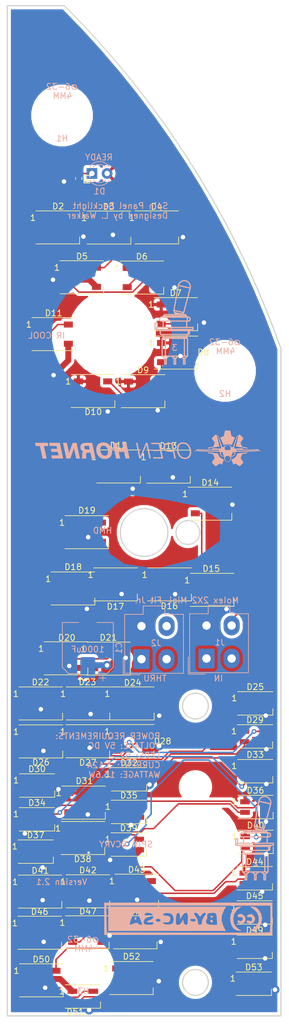
<source format=kicad_pcb>
(kicad_pcb (version 20171130) (host pcbnew "(5.1.12-1-10_14)")
  (layers (0 F.Cu signal) (31 B.Cu signal) (34 B.Paste user) (35 F.Paste user) (36 B.SilkS user) (37 F.SilkS user) (38 B.Mask user) (39 F.Mask user) (44 Edge.Cuts user))
  (net 0 "")
  (net 1 /LEDGND)
  (net 2 /LED+5V)
  (net 3 "Net-(D1-Pad1)")
  (net 4 "Net-(D2-Pad2)")
  (net 5 /DATAIN)
  (net 6 "Net-(D3-Pad2)")
  (net 7 "Net-(D4-Pad2)")
  (net 8 "Net-(D5-Pad2)")
  (net 9 "Net-(D6-Pad2)")
  (net 10 "Net-(D7-Pad2)")
  (net 11 "Net-(D8-Pad2)")
  (net 12 "Net-(D10-Pad4)")
  (net 13 "Net-(D10-Pad2)")
  (net 14 "Net-(D11-Pad2)")
  (net 15 "Net-(D12-Pad2)")
  (net 16 "Net-(D14-Pad2)")
  (net 17 "Net-(D15-Pad2)")
  (net 18 "Net-(D16-Pad2)")
  (net 19 "Net-(D17-Pad2)")
  (net 20 "Net-(D18-Pad2)")
  (net 21 "Net-(D19-Pad2)")
  (net 22 "Net-(D20-Pad2)")
  (net 23 "Net-(D21-Pad2)")
  (net 24 "Net-(D22-Pad2)")
  (net 25 "Net-(D23-Pad2)")
  (net 26 "Net-(D24-Pad2)")
  (net 27 "Net-(D26-Pad2)")
  (net 28 "Net-(D27-Pad2)")
  (net 29 "Net-(D28-Pad2)")
  (net 30 "Net-(D29-Pad2)")
  (net 31 "Net-(D30-Pad2)")
  (net 32 "Net-(D31-Pad2)")
  (net 33 "Net-(D32-Pad2)")
  (net 34 "Net-(D33-Pad2)")
  (net 35 "Net-(D34-Pad2)")
  (net 36 "Net-(D35-Pad2)")
  (net 37 "Net-(D36-Pad2)")
  (net 38 /DATAOUT)
  (net 39 "Net-(D38-Pad2)")
  (net 40 "Net-(D39-Pad2)")
  (net 41 "Net-(D40-Pad2)")
  (net 42 "Net-(D41-Pad2)")
  (net 43 "Net-(D42-Pad2)")
  (net 44 "Net-(D43-Pad2)")
  (net 45 "Net-(D44-Pad2)")
  (net 46 "Net-(D45-Pad2)")
  (net 47 "Net-(D46-Pad2)")
  (net 48 "Net-(D47-Pad2)")
  (net 49 "Net-(D48-Pad2)")
  (net 50 "Net-(D50-Pad2)")
  (net 51 "Net-(D51-Pad2)")
  (net 52 "Net-(D52-Pad2)")
  (net 53 "Net-(D53-Pad2)")
  (net 54 "Net-(D13-Pad2)")
  (net 55 "Net-(D25-Pad2)")
  (net 56 "Net-(D37-Pad2)")
  (net 57 "Net-(D49-Pad2)")
  (module OH_General:OH_LOGO_37.7mm_5.9mm (layer B.Cu) (at 254.1 67.3 180)
    (fp_text reference G*** hide)
    (fp_text value LOGO hide)
  )
  (module OH_General:CC-BY-NC-SA-Small (layer B.Cu) (at 260.95 145.65 180)
    (fp_text reference G*** hide)
    (fp_text value LOGO hide)
  )
  (module OH_Backlighting:100SP1_Toggle_Silkscreen (layer F.Cu) (at 272.575 133.575)
    (fp_text reference G*** hide)
    (fp_text value "100SP1 Toggle" hide)
    (fp_text user 2 (at -0.475 2.775) (layer B.SilkS) (effects (justify mirror)))
  )
  (module OH_Backlighting:OH_Panel_6-32_PHS (layer F.Cu) (at 243.321123 153.885436)
    (fp_text reference REF** hide)
    (fp_text value OH_Panel_Fastner_Keepout hide)
    (fp_text user 4MM (at 0.075 -3.275 180) (layer B.SilkS) (effects (justify mirror)))
    (fp_text user H3 (at 0 3.81) (layer B.SilkS) (effects (justify mirror)))
    (fp_text user ⌀6-32 (at 0 -4.8) (layer B.SilkS) (effects (justify mirror)))
    (pad "" np_thru_hole circle (at 0 0) (size 4.3 4.3) (drill 4.3) (layers *.Cu *.Mask) (clearance 3))
  )
  (module OH_Backlighting:OH_Panel_6-32_PHS (layer F.Cu) (at 267.006623 54.380936)
    (fp_text reference REF** hide)
    (fp_text value OH_Panel_Fastner_Keepout hide)
    (fp_text user 4MM (at 0.075 -3.275 180) (layer B.SilkS) (effects (justify mirror)))
    (fp_text user H2 (at 0 3.81) (layer B.SilkS) (effects (justify mirror)))
    (fp_text user ⌀6-32 (at 0 -4.8) (layer B.SilkS) (effects (justify mirror)))
    (pad "" np_thru_hole circle (at 0 0) (size 4.3 4.3) (drill 4.3) (layers *.Cu *.Mask) (clearance 3))
  )
  (module OH_Backlighting:OH_Panel_6-32_PHS (layer F.Cu) (at 239.765123 11.835936)
    (fp_text reference REF** hide)
    (fp_text value OH_Panel_Fastner_Keepout hide)
    (fp_text user 4MM (at 0.075 -3.275 180) (layer B.SilkS) (effects (justify mirror)))
    (fp_text user H1 (at 0 3.81) (layer B.SilkS) (effects (justify mirror)))
    (fp_text user ⌀6-32 (at 0 -4.8) (layer B.SilkS) (effects (justify mirror)))
    (pad "" np_thru_hole circle (at 0 0) (size 4.3 4.3) (drill 4.3) (layers *.Cu *.Mask) (clearance 3))
  )
  (module OH_Backlighting:100SPX_Toggle_13mm_x_18mm (layer F.Cu) (at 248.083623 48.284936 180)
    (fp_text reference REF** hide)
    (fp_text value 100SPX_Toggle_13mm_x_18mm hide)
    (pad "" np_thru_hole circle (at 0 0 180) (size 12.7 12.7) (drill 12.7) (layers *.Mask B.Cu) (clearance 3.65))
    (pad "" np_thru_hole circle (at 0 0 180) (size 12.7 12.7) (drill 12.7) (layers *.Mask F.Cu) (clearance 1))
    (pad "" np_thru_hole circle (at 0 9.525 180) (size 3.572 3.572) (drill 3.572) (layers *.Cu *.Mask) (clearance 1))
  )
  (module OH_Backlighting:100SPX_Toggle_13mm_x_18mm (layer F.Cu) (at 262.053623 133.215091 180)
    (fp_text reference REF** hide)
    (fp_text value 100SPX_Toggle_13mm_x_18mm hide)
    (pad "" np_thru_hole circle (at 0 0 180) (size 12.7 12.7) (drill 12.7) (layers *.Mask B.Cu) (clearance 3.65))
    (pad "" np_thru_hole circle (at 0 0 180) (size 12.7 12.7) (drill 12.7) (layers *.Mask F.Cu) (clearance 1))
    (pad "" np_thru_hole circle (at 0 9.525 180) (size 3.572 3.572) (drill 3.572) (layers *.Cu *.Mask) (clearance 1))
  )
  (module OH_Backlighting:Molex_Mini-Fit_Jr_5566-04A_2x02_P4.20mm_Vertical (layer B.Cu) (at 253.035 102.4)
    (fp_text reference J2 (at 2.44 -2.675) (layer B.SilkS) (effects (justify mirror)))
    (fp_text value Conn_01x04_Female)
    (pad 4 thru_hole oval (at 4.2 -5.5) (size 2.7 3.3) (drill 1.4) (layers *.Cu *.Mask) (net 38 /DATAOUT))
    (pad 3 thru_hole oval (at 0 -5.5) (size 2.7 3.3) (drill 1.4) (layers *.Cu *.Mask) (net 1 /LEDGND))
    (pad 2 thru_hole oval (at 4.2 0) (size 2.7 3.3) (drill 1.4) (layers *.Cu *.Mask) (net 2 /LED+5V))
    (pad 1 thru_hole roundrect (at 0 0) (size 2.7 3.3) (drill 1.4) (layers *.Cu *.Mask) (roundrect_rratio 0.093) (net 2 /LED+5V))
  )
  (module OH_Backlighting:Molex_Mini-Fit_Jr_5566-04A_2x02_P4.20mm_Vertical (layer B.Cu) (at 263.9 102.3)
    (fp_text reference J1 (at 2.225 -2.675) (layer B.SilkS) (effects (justify mirror)))
    (fp_text value Conn_01x04_Female)
    (pad 4 thru_hole oval (at 4.2 -5.5) (size 2.7 3.3) (drill 1.4) (layers *.Cu *.Mask) (net 5 /DATAIN))
    (pad 3 thru_hole oval (at 0 -5.5) (size 2.7 3.3) (drill 1.4) (layers *.Cu *.Mask) (net 1 /LEDGND))
    (pad 2 thru_hole oval (at 4.2 0) (size 2.7 3.3) (drill 1.4) (layers *.Cu *.Mask) (net 2 /LED+5V))
    (pad 1 thru_hole roundrect (at 0 0) (size 2.7 3.3) (drill 1.4) (layers *.Cu *.Mask) (roundrect_rratio 0.093) (net 2 /LED+5V))
  )
  (module OH_Backlighting:LED_WS2812B_MINI_PLCC4_3.5x3.5mm_P1.75mm (layer F.Cu) (at 271.808 156.475)
    (fp_text reference D53 (at 0 -2.75) (layer F.SilkS))
    (fp_text value WS2812B)
    (fp_text user 1 (at -3.5 -0.875) (layer F.SilkS))
    (pad 1 smd rect (at -1.75 -0.875) (size 1.6 0.85) (layers F.Cu F.Paste F.Mask) (net 2 /LED+5V))
    (pad 2 smd rect (at -1.75 0.875) (size 1.6 0.85) (layers F.Cu F.Paste F.Mask) (net 53 "Net-(D53-Pad2)"))
    (pad 4 smd rect (at 1.75 -0.875) (size 1.6 0.85) (layers F.Cu F.Paste F.Mask) (net 52 "Net-(D52-Pad2)"))
    (pad 3 smd rect (at 1.75 0.875) (size 1.6 0.85) (layers F.Cu F.Paste F.Mask) (net 1 /LEDGND))
  )
  (module OH_Backlighting:LED_WS2812B_MINI_PLCC4_3.5x3.5mm_P1.75mm (layer F.Cu) (at 243.244 158.597)
    (fp_text reference D51 (at -1.269 2.553) (layer F.SilkS))
    (fp_text value WS2812B)
    (fp_text user 1 (at -3.5 -0.875) (layer F.SilkS))
    (pad 1 smd rect (at -1.75 -0.875) (size 1.6 0.85) (layers F.Cu F.Paste F.Mask) (net 2 /LED+5V))
    (pad 2 smd rect (at -1.75 0.875) (size 1.6 0.85) (layers F.Cu F.Paste F.Mask) (net 51 "Net-(D51-Pad2)"))
    (pad 4 smd rect (at 1.75 -0.875) (size 1.6 0.85) (layers F.Cu F.Paste F.Mask) (net 50 "Net-(D50-Pad2)"))
    (pad 3 smd rect (at 1.75 0.875) (size 1.6 0.85) (layers F.Cu F.Paste F.Mask) (net 1 /LEDGND))
  )
  (module OH_Backlighting:LED_WS2812B_MINI_PLCC4_3.5x3.5mm_P1.75mm (layer F.Cu) (at 271.946 150.317)
    (fp_text reference D49 (at 0 -2.75) (layer F.SilkS))
    (fp_text value WS2812B)
    (fp_text user 1 (at -3.5 -0.875) (layer F.SilkS))
    (pad 1 smd rect (at -1.75 -0.875) (size 1.6 0.85) (layers F.Cu F.Paste F.Mask) (net 2 /LED+5V))
    (pad 2 smd rect (at -1.75 0.875) (size 1.6 0.85) (layers F.Cu F.Paste F.Mask) (net 57 "Net-(D49-Pad2)"))
    (pad 4 smd rect (at 1.75 -0.875) (size 1.6 0.85) (layers F.Cu F.Paste F.Mask) (net 49 "Net-(D48-Pad2)"))
    (pad 3 smd rect (at 1.75 0.875) (size 1.6 0.85) (layers F.Cu F.Paste F.Mask) (net 1 /LEDGND))
  )
  (module OH_Backlighting:LED_WS2812B_MINI_PLCC4_3.5x3.5mm_P1.75mm (layer F.Cu) (at 271.958 144.602)
    (fp_text reference D45 (at 0 -2.75) (layer F.SilkS))
    (fp_text value WS2812B)
    (fp_text user 1 (at -3.5 -0.875) (layer F.SilkS))
    (pad 1 smd rect (at -1.75 -0.875) (size 1.6 0.85) (layers F.Cu F.Paste F.Mask) (net 2 /LED+5V))
    (pad 2 smd rect (at -1.75 0.875) (size 1.6 0.85) (layers F.Cu F.Paste F.Mask) (net 46 "Net-(D45-Pad2)"))
    (pad 4 smd rect (at 1.75 -0.875) (size 1.6 0.85) (layers F.Cu F.Paste F.Mask) (net 45 "Net-(D44-Pad2)"))
    (pad 3 smd rect (at 1.75 0.875) (size 1.6 0.85) (layers F.Cu F.Paste F.Mask) (net 1 /LEDGND))
  )
  (module OH_Backlighting:LED_WS2812B_MINI_PLCC4_3.5x3.5mm_P1.75mm (layer F.Cu) (at 271.972 138.912)
    (fp_text reference D44 (at 0 -2.75) (layer F.SilkS))
    (fp_text value WS2812B)
    (fp_text user 1 (at -3.5 -0.875) (layer F.SilkS))
    (pad 1 smd rect (at -1.75 -0.875) (size 1.6 0.85) (layers F.Cu F.Paste F.Mask) (net 2 /LED+5V))
    (pad 2 smd rect (at -1.75 0.875) (size 1.6 0.85) (layers F.Cu F.Paste F.Mask) (net 45 "Net-(D44-Pad2)"))
    (pad 4 smd rect (at 1.75 -0.875) (size 1.6 0.85) (layers F.Cu F.Paste F.Mask) (net 44 "Net-(D43-Pad2)"))
    (pad 3 smd rect (at 1.75 0.875) (size 1.6 0.85) (layers F.Cu F.Paste F.Mask) (net 1 /LEDGND))
  )
  (module OH_Backlighting:LED_WS2812B_MINI_PLCC4_3.5x3.5mm_P1.75mm (layer F.Cu) (at 272.11 132.842)
    (fp_text reference D40 (at 0 -2.75) (layer F.SilkS))
    (fp_text value WS2812B)
    (fp_text user 1 (at -3.5 -0.875) (layer F.SilkS))
    (pad 1 smd rect (at -1.75 -0.875) (size 1.6 0.85) (layers F.Cu F.Paste F.Mask) (net 2 /LED+5V))
    (pad 2 smd rect (at -1.75 0.875) (size 1.6 0.85) (layers F.Cu F.Paste F.Mask) (net 41 "Net-(D40-Pad2)"))
    (pad 4 smd rect (at 1.75 -0.875) (size 1.6 0.85) (layers F.Cu F.Paste F.Mask) (net 40 "Net-(D39-Pad2)"))
    (pad 3 smd rect (at 1.75 0.875) (size 1.6 0.85) (layers F.Cu F.Paste F.Mask) (net 1 /LEDGND))
  )
  (module OH_Backlighting:LED_WS2812B_MINI_PLCC4_3.5x3.5mm_P1.75mm (layer F.Cu) (at 250.904 133.285)
    (fp_text reference D39 (at 0 -2.75) (layer F.SilkS))
    (fp_text value WS2812B)
    (fp_text user 1 (at -3.5 -0.875) (layer F.SilkS))
    (pad 1 smd rect (at -1.75 -0.875) (size 1.6 0.85) (layers F.Cu F.Paste F.Mask) (net 2 /LED+5V))
    (pad 2 smd rect (at -1.75 0.875) (size 1.6 0.85) (layers F.Cu F.Paste F.Mask) (net 40 "Net-(D39-Pad2)"))
    (pad 4 smd rect (at 1.75 -0.875) (size 1.6 0.85) (layers F.Cu F.Paste F.Mask) (net 39 "Net-(D38-Pad2)"))
    (pad 3 smd rect (at 1.75 0.875) (size 1.6 0.85) (layers F.Cu F.Paste F.Mask) (net 1 /LEDGND))
  )
  (module OH_Backlighting:LED_WS2812B_MINI_PLCC4_3.5x3.5mm_P1.75mm (layer F.Cu) (at 235.368 134.467)
    (fp_text reference D37 (at 0 -2.75) (layer F.SilkS))
    (fp_text value WS2812B)
    (fp_text user 1 (at -3.5 -0.875) (layer F.SilkS))
    (pad 1 smd rect (at -1.75 -0.875) (size 1.6 0.85) (layers F.Cu F.Paste F.Mask) (net 2 /LED+5V))
    (pad 2 smd rect (at -1.75 0.875) (size 1.6 0.85) (layers F.Cu F.Paste F.Mask) (net 56 "Net-(D37-Pad2)"))
    (pad 4 smd rect (at 1.75 -0.875) (size 1.6 0.85) (layers F.Cu F.Paste F.Mask) (net 37 "Net-(D36-Pad2)"))
    (pad 3 smd rect (at 1.75 0.875) (size 1.6 0.85) (layers F.Cu F.Paste F.Mask) (net 1 /LEDGND))
  )
  (module OH_Backlighting:LED_WS2812B_MINI_PLCC4_3.5x3.5mm_P1.75mm (layer F.Cu) (at 272.087 127.037)
    (fp_text reference D36 (at 0 -2.75) (layer F.SilkS))
    (fp_text value WS2812B)
    (fp_text user 1 (at -3.5 -0.875) (layer F.SilkS))
    (pad 1 smd rect (at -1.75 -0.875) (size 1.6 0.85) (layers F.Cu F.Paste F.Mask) (net 2 /LED+5V))
    (pad 2 smd rect (at -1.75 0.875) (size 1.6 0.85) (layers F.Cu F.Paste F.Mask) (net 37 "Net-(D36-Pad2)"))
    (pad 4 smd rect (at 1.75 -0.875) (size 1.6 0.85) (layers F.Cu F.Paste F.Mask) (net 36 "Net-(D35-Pad2)"))
    (pad 3 smd rect (at 1.75 0.875) (size 1.6 0.85) (layers F.Cu F.Paste F.Mask) (net 1 /LEDGND))
  )
  (module OH_Backlighting:LED_WS2812B_MINI_PLCC4_3.5x3.5mm_P1.75mm (layer F.Cu) (at 250.929 127.85)
    (fp_text reference D35 (at 0 -2.75) (layer F.SilkS))
    (fp_text value WS2812B)
    (fp_text user 1 (at -3.5 -0.875) (layer F.SilkS))
    (pad 1 smd rect (at -1.75 -0.875) (size 1.6 0.85) (layers F.Cu F.Paste F.Mask) (net 2 /LED+5V))
    (pad 2 smd rect (at -1.75 0.875) (size 1.6 0.85) (layers F.Cu F.Paste F.Mask) (net 36 "Net-(D35-Pad2)"))
    (pad 4 smd rect (at 1.75 -0.875) (size 1.6 0.85) (layers F.Cu F.Paste F.Mask) (net 35 "Net-(D34-Pad2)"))
    (pad 3 smd rect (at 1.75 0.875) (size 1.6 0.85) (layers F.Cu F.Paste F.Mask) (net 1 /LEDGND))
  )
  (module OH_Backlighting:LED_WS2812B_MINI_PLCC4_3.5x3.5mm_P1.75mm (layer F.Cu) (at 235.573 129.083)
    (fp_text reference D34 (at 0 -2.75) (layer F.SilkS))
    (fp_text value WS2812B)
    (fp_text user 1 (at -3.5 -0.875) (layer F.SilkS))
    (pad 1 smd rect (at -1.75 -0.875) (size 1.6 0.85) (layers F.Cu F.Paste F.Mask) (net 2 /LED+5V))
    (pad 2 smd rect (at -1.75 0.875) (size 1.6 0.85) (layers F.Cu F.Paste F.Mask) (net 35 "Net-(D34-Pad2)"))
    (pad 4 smd rect (at 1.75 -0.875) (size 1.6 0.85) (layers F.Cu F.Paste F.Mask) (net 34 "Net-(D33-Pad2)"))
    (pad 3 smd rect (at 1.75 0.875) (size 1.6 0.85) (layers F.Cu F.Paste F.Mask) (net 1 /LEDGND))
  )
  (module OH_Backlighting:LED_WS2812B_MINI_PLCC4_3.5x3.5mm_P1.75mm (layer F.Cu) (at 272.037 121.068)
    (fp_text reference D33 (at 0 -2.75) (layer F.SilkS))
    (fp_text value WS2812B)
    (fp_text user 1 (at -3.5 -0.875) (layer F.SilkS))
    (pad 1 smd rect (at -1.75 -0.875) (size 1.6 0.85) (layers F.Cu F.Paste F.Mask) (net 2 /LED+5V))
    (pad 2 smd rect (at -1.75 0.875) (size 1.6 0.85) (layers F.Cu F.Paste F.Mask) (net 34 "Net-(D33-Pad2)"))
    (pad 4 smd rect (at 1.75 -0.875) (size 1.6 0.85) (layers F.Cu F.Paste F.Mask) (net 33 "Net-(D32-Pad2)"))
    (pad 3 smd rect (at 1.75 0.875) (size 1.6 0.85) (layers F.Cu F.Paste F.Mask) (net 1 /LEDGND))
  )
  (module OH_Backlighting:LED_WS2812B_MINI_PLCC4_3.5x3.5mm_P1.75mm (layer F.Cu) (at 250.955 122.414)
    (fp_text reference D32 (at 0 -2.75) (layer F.SilkS))
    (fp_text value WS2812B)
    (fp_text user 1 (at -3.5 -0.875) (layer F.SilkS))
    (pad 1 smd rect (at -1.75 -0.875) (size 1.6 0.85) (layers F.Cu F.Paste F.Mask) (net 2 /LED+5V))
    (pad 2 smd rect (at -1.75 0.875) (size 1.6 0.85) (layers F.Cu F.Paste F.Mask) (net 33 "Net-(D32-Pad2)"))
    (pad 4 smd rect (at 1.75 -0.875) (size 1.6 0.85) (layers F.Cu F.Paste F.Mask) (net 32 "Net-(D31-Pad2)"))
    (pad 3 smd rect (at 1.75 0.875) (size 1.6 0.85) (layers F.Cu F.Paste F.Mask) (net 1 /LEDGND))
  )
  (module OH_Backlighting:LED_WS2812B_MINI_PLCC4_3.5x3.5mm_P1.75mm (layer F.Cu) (at 235.588 123.455)
    (fp_text reference D30 (at 0 -2.75) (layer F.SilkS))
    (fp_text value WS2812B)
    (fp_text user 1 (at -3.5 -0.875) (layer F.SilkS))
    (pad 1 smd rect (at -1.75 -0.875) (size 1.6 0.85) (layers F.Cu F.Paste F.Mask) (net 2 /LED+5V))
    (pad 2 smd rect (at -1.75 0.875) (size 1.6 0.85) (layers F.Cu F.Paste F.Mask) (net 31 "Net-(D30-Pad2)"))
    (pad 4 smd rect (at 1.75 -0.875) (size 1.6 0.85) (layers F.Cu F.Paste F.Mask) (net 30 "Net-(D29-Pad2)"))
    (pad 3 smd rect (at 1.75 0.875) (size 1.6 0.85) (layers F.Cu F.Paste F.Mask) (net 1 /LEDGND))
  )
  (module OH_Backlighting:LED_WS2812B_MINI_PLCC4_3.5x3.5mm_P1.75mm (layer F.Cu) (at 272.006 115.277)
    (fp_text reference D29 (at 0 -2.75) (layer F.SilkS))
    (fp_text value WS2812B)
    (fp_text user 1 (at -3.5 -0.875) (layer F.SilkS))
    (pad 1 smd rect (at -1.75 -0.875) (size 1.6 0.85) (layers F.Cu F.Paste F.Mask) (net 2 /LED+5V))
    (pad 2 smd rect (at -1.75 0.875) (size 1.6 0.85) (layers F.Cu F.Paste F.Mask) (net 30 "Net-(D29-Pad2)"))
    (pad 4 smd rect (at 1.75 -0.875) (size 1.6 0.85) (layers F.Cu F.Paste F.Mask) (net 29 "Net-(D28-Pad2)"))
    (pad 3 smd rect (at 1.75 0.875) (size 1.6 0.85) (layers F.Cu F.Paste F.Mask) (net 1 /LEDGND))
  )
  (module OH_Backlighting:LED_WS2812B_MINI_PLCC4_3.5x3.5mm_P1.75mm (layer F.Cu) (at 272.05 109.775)
    (fp_text reference D25 (at 0 -2.75) (layer F.SilkS))
    (fp_text value WS2812B)
    (fp_text user 1 (at -3.5 -0.875) (layer F.SilkS))
    (pad 1 smd rect (at -1.75 -0.875) (size 1.6 0.85) (layers F.Cu F.Paste F.Mask) (net 2 /LED+5V))
    (pad 2 smd rect (at -1.75 0.875) (size 1.6 0.85) (layers F.Cu F.Paste F.Mask) (net 55 "Net-(D25-Pad2)"))
    (pad 4 smd rect (at 1.75 -0.875) (size 1.6 0.85) (layers F.Cu F.Paste F.Mask) (net 26 "Net-(D24-Pad2)"))
    (pad 3 smd rect (at 1.75 0.875) (size 1.6 0.85) (layers F.Cu F.Paste F.Mask) (net 1 /LEDGND))
  )
  (module Resistor_SMD:R_0603_1608Metric (layer F.Cu) (at 242.545 22.3266 270)
    (fp_text reference R1 (at 0 -1.43 90) (layer F.SilkS))
    (fp_text value R)
    (pad 2 smd roundrect (at 0.7875 0 270) (size 0.875 0.95) (layers F.Cu F.Paste F.Mask) (net 1 /LEDGND))
    (pad 1 smd roundrect (at -0.7875 0 270) (size 0.875 0.95) (layers F.Cu F.Paste F.Mask) (net 3 "Net-(D1-Pad1)"))
  )
  (module "Kicad Footprint Files:100SpxToggle" (layer F.Cu) (at 259.131 47.6504)
    (fp_text reference G1 hide)
    (fp_text value LOGO hide)
  )
  (module LED_SMD:LED_WS2812B_PLCC4_5.0x5.0mm_P3.2mm (layer F.Cu) (at 251.347 155.524)
    (fp_text reference D52 (at 0.037 -3.5812) (layer F.SilkS))
    (fp_text value WS2812B)
    (fp_text user 1 (at -4.15 -1.6) (layer F.SilkS))
    (pad 1 smd rect (at -2.45 -1.6) (size 1.5 1) (layers F.Cu F.Paste F.Mask) (net 2 /LED+5V))
    (pad 2 smd rect (at -2.45 1.6) (size 1.5 1) (layers F.Cu F.Paste F.Mask) (net 52 "Net-(D52-Pad2)"))
    (pad 4 smd rect (at 2.45 -1.6) (size 1.5 1) (layers F.Cu F.Paste F.Mask) (net 51 "Net-(D51-Pad2)"))
    (pad 3 smd rect (at 2.45 1.6) (size 1.5 1) (layers F.Cu F.Paste F.Mask) (net 1 /LEDGND))
  )
  (module LED_SMD:LED_WS2812B_PLCC4_5.0x5.0mm_P3.2mm (layer F.Cu) (at 236.308 155.905)
    (fp_text reference D50 (at 0 -3.5) (layer F.SilkS))
    (fp_text value WS2812B)
    (fp_text user 1 (at -4.15 -1.6) (layer F.SilkS))
    (pad 1 smd rect (at -2.45 -1.6) (size 1.5 1) (layers F.Cu F.Paste F.Mask) (net 2 /LED+5V))
    (pad 2 smd rect (at -2.45 1.6) (size 1.5 1) (layers F.Cu F.Paste F.Mask) (net 50 "Net-(D50-Pad2)"))
    (pad 4 smd rect (at 2.45 -1.6) (size 1.5 1) (layers F.Cu F.Paste F.Mask) (net 57 "Net-(D49-Pad2)"))
    (pad 3 smd rect (at 2.45 1.6) (size 1.5 1) (layers F.Cu F.Paste F.Mask) (net 1 /LEDGND))
  )
  (module LED_SMD:LED_WS2812B_PLCC4_5.0x5.0mm_P3.2mm (layer F.Cu) (at 251.982 147.904)
    (fp_text reference D48 (at 0 -3.5) (layer F.SilkS))
    (fp_text value WS2812B)
    (fp_text user 1 (at -4.15 -1.6) (layer F.SilkS))
    (pad 1 smd rect (at -2.45 -1.6) (size 1.5 1) (layers F.Cu F.Paste F.Mask) (net 2 /LED+5V))
    (pad 2 smd rect (at -2.45 1.6) (size 1.5 1) (layers F.Cu F.Paste F.Mask) (net 49 "Net-(D48-Pad2)"))
    (pad 4 smd rect (at 2.45 -1.6) (size 1.5 1) (layers F.Cu F.Paste F.Mask) (net 48 "Net-(D47-Pad2)"))
    (pad 3 smd rect (at 2.45 1.6) (size 1.5 1) (layers F.Cu F.Paste F.Mask) (net 1 /LEDGND))
  )
  (module LED_SMD:LED_WS2812B_PLCC4_5.0x5.0mm_P3.2mm (layer F.Cu) (at 243.981 147.904)
    (fp_text reference D47 (at 0.1132 -3.4796) (layer F.SilkS))
    (fp_text value WS2812B)
    (fp_text user 1 (at -4.15 -1.6) (layer F.SilkS))
    (pad 1 smd rect (at -2.45 -1.6) (size 1.5 1) (layers F.Cu F.Paste F.Mask) (net 2 /LED+5V))
    (pad 2 smd rect (at -2.45 1.6) (size 1.5 1) (layers F.Cu F.Paste F.Mask) (net 48 "Net-(D47-Pad2)"))
    (pad 4 smd rect (at 2.45 -1.6) (size 1.5 1) (layers F.Cu F.Paste F.Mask) (net 47 "Net-(D46-Pad2)"))
    (pad 3 smd rect (at 2.45 1.6) (size 1.5 1) (layers F.Cu F.Paste F.Mask) (net 1 /LEDGND))
  )
  (module LED_SMD:LED_WS2812B_PLCC4_5.0x5.0mm_P3.2mm (layer F.Cu) (at 236.028 147.981)
    (fp_text reference D46 (at 0 -3.5) (layer F.SilkS))
    (fp_text value WS2812B)
    (fp_text user 1 (at -4.15 -1.6) (layer F.SilkS))
    (pad 1 smd rect (at -2.45 -1.6) (size 1.5 1) (layers F.Cu F.Paste F.Mask) (net 2 /LED+5V))
    (pad 2 smd rect (at -2.45 1.6) (size 1.5 1) (layers F.Cu F.Paste F.Mask) (net 47 "Net-(D46-Pad2)"))
    (pad 4 smd rect (at 2.45 -1.6) (size 1.5 1) (layers F.Cu F.Paste F.Mask) (net 46 "Net-(D45-Pad2)"))
    (pad 3 smd rect (at 2.45 1.6) (size 1.5 1) (layers F.Cu F.Paste F.Mask) (net 1 /LEDGND))
  )
  (module LED_SMD:LED_WS2812B_PLCC4_5.0x5.0mm_P3.2mm (layer F.Cu) (at 252.247 140.97)
    (fp_text reference D43 (at 0 -3.5) (layer F.SilkS))
    (fp_text value WS2812B)
    (fp_text user 1 (at -4.15 -1.6) (layer F.SilkS))
    (pad 1 smd rect (at -2.45 -1.6) (size 1.5 1) (layers F.Cu F.Paste F.Mask) (net 2 /LED+5V))
    (pad 2 smd rect (at -2.45 1.6) (size 1.5 1) (layers F.Cu F.Paste F.Mask) (net 44 "Net-(D43-Pad2)"))
    (pad 4 smd rect (at 2.45 -1.6) (size 1.5 1) (layers F.Cu F.Paste F.Mask) (net 43 "Net-(D42-Pad2)"))
    (pad 3 smd rect (at 2.45 1.6) (size 1.5 1) (layers F.Cu F.Paste F.Mask) (net 1 /LEDGND))
  )
  (module LED_SMD:LED_WS2812B_PLCC4_5.0x5.0mm_P3.2mm (layer F.Cu) (at 244.08 141.071)
    (fp_text reference D42 (at 0 -3.5) (layer F.SilkS))
    (fp_text value WS2812B)
    (fp_text user 1 (at -4.15 -1.6) (layer F.SilkS))
    (pad 1 smd rect (at -2.45 -1.6) (size 1.5 1) (layers F.Cu F.Paste F.Mask) (net 2 /LED+5V))
    (pad 2 smd rect (at -2.45 1.6) (size 1.5 1) (layers F.Cu F.Paste F.Mask) (net 43 "Net-(D42-Pad2)"))
    (pad 4 smd rect (at 2.45 -1.6) (size 1.5 1) (layers F.Cu F.Paste F.Mask) (net 42 "Net-(D41-Pad2)"))
    (pad 3 smd rect (at 2.45 1.6) (size 1.5 1) (layers F.Cu F.Paste F.Mask) (net 1 /LEDGND))
  )
  (module LED_SMD:LED_WS2812B_PLCC4_5.0x5.0mm_P3.2mm (layer F.Cu) (at 236.081 141.122)
    (fp_text reference D41 (at 0.0508 -3.4798) (layer F.SilkS))
    (fp_text value WS2812B)
    (fp_text user 1 (at -4.15 -1.6) (layer F.SilkS))
    (pad 1 smd rect (at -2.45 -1.6) (size 1.5 1) (layers F.Cu F.Paste F.Mask) (net 2 /LED+5V))
    (pad 2 smd rect (at -2.45 1.6) (size 1.5 1) (layers F.Cu F.Paste F.Mask) (net 42 "Net-(D41-Pad2)"))
    (pad 4 smd rect (at 2.45 -1.6) (size 1.5 1) (layers F.Cu F.Paste F.Mask) (net 41 "Net-(D40-Pad2)"))
    (pad 3 smd rect (at 2.45 1.6) (size 1.5 1) (layers F.Cu F.Paste F.Mask) (net 1 /LEDGND))
  )
  (module LED_SMD:LED_WS2812B_PLCC4_5.0x5.0mm_P3.2mm (layer F.Cu) (at 243.25 132.2)
    (fp_text reference D38 (at -0.0392 3.5) (layer F.SilkS))
    (fp_text value WS2812B)
    (fp_text user 1 (at -4.15 -1.6) (layer F.SilkS))
    (pad 1 smd rect (at -2.45 -1.6) (size 1.5 1) (layers F.Cu F.Paste F.Mask) (net 2 /LED+5V))
    (pad 2 smd rect (at -2.45 1.6) (size 1.5 1) (layers F.Cu F.Paste F.Mask) (net 39 "Net-(D38-Pad2)"))
    (pad 4 smd rect (at 2.45 -1.6) (size 1.5 1) (layers F.Cu F.Paste F.Mask) (net 56 "Net-(D37-Pad2)"))
    (pad 3 smd rect (at 2.45 1.6) (size 1.5 1) (layers F.Cu F.Paste F.Mask) (net 1 /LEDGND))
  )
  (module LED_SMD:LED_WS2812B_PLCC4_5.0x5.0mm_P3.2mm (layer F.Cu) (at 243.35 126.3)
    (fp_text reference D31 (at 0.15 -3.6) (layer F.SilkS))
    (fp_text value WS2812B)
    (fp_text user 1 (at -4.15 -1.6) (layer F.SilkS))
    (pad 1 smd rect (at -2.45 -1.6) (size 1.5 1) (layers F.Cu F.Paste F.Mask) (net 2 /LED+5V))
    (pad 2 smd rect (at -2.45 1.6) (size 1.5 1) (layers F.Cu F.Paste F.Mask) (net 32 "Net-(D31-Pad2)"))
    (pad 4 smd rect (at 2.45 -1.6) (size 1.5 1) (layers F.Cu F.Paste F.Mask) (net 31 "Net-(D30-Pad2)"))
    (pad 3 smd rect (at 2.45 1.6) (size 1.5 1) (layers F.Cu F.Paste F.Mask) (net 1 /LEDGND))
  )
  (module LED_SMD:LED_WS2812B_PLCC4_5.0x5.0mm_P3.2mm (layer F.Cu) (at 251.474 116.053)
    (fp_text reference D28 (at 5.0916 0.0252) (layer F.SilkS))
    (fp_text value WS2812B)
    (fp_text user 1 (at -4.15 -1.6) (layer F.SilkS))
    (pad 1 smd rect (at -2.45 -1.6) (size 1.5 1) (layers F.Cu F.Paste F.Mask) (net 2 /LED+5V))
    (pad 2 smd rect (at -2.45 1.6) (size 1.5 1) (layers F.Cu F.Paste F.Mask) (net 29 "Net-(D28-Pad2)"))
    (pad 4 smd rect (at 2.45 -1.6) (size 1.5 1) (layers F.Cu F.Paste F.Mask) (net 28 "Net-(D27-Pad2)"))
    (pad 3 smd rect (at 2.45 1.6) (size 1.5 1) (layers F.Cu F.Paste F.Mask) (net 1 /LEDGND))
  )
  (module LED_SMD:LED_WS2812B_PLCC4_5.0x5.0mm_P3.2mm (layer F.Cu) (at 244.057 116.078)
    (fp_text reference D27 (at 0.0116 3.5558) (layer F.SilkS))
    (fp_text value WS2812B)
    (fp_text user 1 (at -4.15 -1.6) (layer F.SilkS))
    (pad 1 smd rect (at -2.45 -1.6) (size 1.5 1) (layers F.Cu F.Paste F.Mask) (net 2 /LED+5V))
    (pad 2 smd rect (at -2.45 1.6) (size 1.5 1) (layers F.Cu F.Paste F.Mask) (net 28 "Net-(D27-Pad2)"))
    (pad 4 smd rect (at 2.45 -1.6) (size 1.5 1) (layers F.Cu F.Paste F.Mask) (net 27 "Net-(D26-Pad2)"))
    (pad 3 smd rect (at 2.45 1.6) (size 1.5 1) (layers F.Cu F.Paste F.Mask) (net 1 /LEDGND))
  )
  (module LED_SMD:LED_WS2812B_PLCC4_5.0x5.0mm_P3.2mm (layer F.Cu) (at 236.234 116.103)
    (fp_text reference D26 (at 0 3.48) (layer F.SilkS))
    (fp_text value WS2812B)
    (fp_text user 1 (at -4.15 -1.6) (layer F.SilkS))
    (pad 1 smd rect (at -2.45 -1.6) (size 1.5 1) (layers F.Cu F.Paste F.Mask) (net 2 /LED+5V))
    (pad 2 smd rect (at -2.45 1.6) (size 1.5 1) (layers F.Cu F.Paste F.Mask) (net 27 "Net-(D26-Pad2)"))
    (pad 4 smd rect (at 2.45 -1.6) (size 1.5 1) (layers F.Cu F.Paste F.Mask) (net 55 "Net-(D25-Pad2)"))
    (pad 3 smd rect (at 2.45 1.6) (size 1.5 1) (layers F.Cu F.Paste F.Mask) (net 1 /LEDGND))
  )
  (module LED_SMD:LED_WS2812B_PLCC4_5.0x5.0mm_P3.2mm (layer F.Cu) (at 251.499 109.779)
    (fp_text reference D24 (at 0.0624 -3.4546) (layer F.SilkS))
    (fp_text value WS2812B)
    (fp_text user 1 (at -4.15 -1.6) (layer F.SilkS))
    (pad 1 smd rect (at -2.45 -1.6) (size 1.5 1) (layers F.Cu F.Paste F.Mask) (net 2 /LED+5V))
    (pad 2 smd rect (at -2.45 1.6) (size 1.5 1) (layers F.Cu F.Paste F.Mask) (net 26 "Net-(D24-Pad2)"))
    (pad 4 smd rect (at 2.45 -1.6) (size 1.5 1) (layers F.Cu F.Paste F.Mask) (net 25 "Net-(D23-Pad2)"))
    (pad 3 smd rect (at 2.45 1.6) (size 1.5 1) (layers F.Cu F.Paste F.Mask) (net 1 /LEDGND))
  )
  (module LED_SMD:LED_WS2812B_PLCC4_5.0x5.0mm_P3.2mm (layer F.Cu) (at 244.094 109.779)
    (fp_text reference D23 (at -0.09 -3.5558) (layer F.SilkS))
    (fp_text value WS2812B)
    (fp_text user 1 (at -4.15 -1.6) (layer F.SilkS))
    (pad 1 smd rect (at -2.45 -1.6) (size 1.5 1) (layers F.Cu F.Paste F.Mask) (net 2 /LED+5V))
    (pad 2 smd rect (at -2.45 1.6) (size 1.5 1) (layers F.Cu F.Paste F.Mask) (net 25 "Net-(D23-Pad2)"))
    (pad 4 smd rect (at 2.45 -1.6) (size 1.5 1) (layers F.Cu F.Paste F.Mask) (net 24 "Net-(D22-Pad2)"))
    (pad 3 smd rect (at 2.45 1.6) (size 1.5 1) (layers F.Cu F.Paste F.Mask) (net 1 /LEDGND))
  )
  (module LED_SMD:LED_WS2812B_PLCC4_5.0x5.0mm_P3.2mm (layer F.Cu) (at 236.208 109.779)
    (fp_text reference D22 (at -0.0392 -3.5304) (layer F.SilkS))
    (fp_text value WS2812B)
    (fp_text user 1 (at -4.15 -1.6) (layer F.SilkS))
    (pad 1 smd rect (at -2.45 -1.6) (size 1.5 1) (layers F.Cu F.Paste F.Mask) (net 2 /LED+5V))
    (pad 2 smd rect (at -2.45 1.6) (size 1.5 1) (layers F.Cu F.Paste F.Mask) (net 24 "Net-(D22-Pad2)"))
    (pad 4 smd rect (at 2.45 -1.6) (size 1.5 1) (layers F.Cu F.Paste F.Mask) (net 23 "Net-(D21-Pad2)"))
    (pad 3 smd rect (at 2.45 1.6) (size 1.5 1) (layers F.Cu F.Paste F.Mask) (net 1 /LEDGND))
  )
  (module LED_SMD:LED_WS2812B_PLCC4_5.0x5.0mm_P3.2mm (layer F.Cu) (at 247.511 102.311)
    (fp_text reference D21 (at 0 -3.5) (layer F.SilkS))
    (fp_text value WS2812B)
    (fp_text user 1 (at -4.15 -1.6) (layer F.SilkS))
    (pad 1 smd rect (at -2.45 -1.6) (size 1.5 1) (layers F.Cu F.Paste F.Mask) (net 2 /LED+5V))
    (pad 2 smd rect (at -2.45 1.6) (size 1.5 1) (layers F.Cu F.Paste F.Mask) (net 23 "Net-(D21-Pad2)"))
    (pad 4 smd rect (at 2.45 -1.6) (size 1.5 1) (layers F.Cu F.Paste F.Mask) (net 22 "Net-(D20-Pad2)"))
    (pad 3 smd rect (at 2.45 1.6) (size 1.5 1) (layers F.Cu F.Paste F.Mask) (net 1 /LEDGND))
  )
  (module LED_SMD:LED_WS2812B_PLCC4_5.0x5.0mm_P3.2mm (layer F.Cu) (at 240.425 102.26)
    (fp_text reference D20 (at 0.1386 -3.4288) (layer F.SilkS))
    (fp_text value WS2812B)
    (fp_text user 1 (at -4.15 -1.6) (layer F.SilkS))
    (pad 1 smd rect (at -2.45 -1.6) (size 1.5 1) (layers F.Cu F.Paste F.Mask) (net 2 /LED+5V))
    (pad 2 smd rect (at -2.45 1.6) (size 1.5 1) (layers F.Cu F.Paste F.Mask) (net 22 "Net-(D20-Pad2)"))
    (pad 4 smd rect (at 2.45 -1.6) (size 1.5 1) (layers F.Cu F.Paste F.Mask) (net 21 "Net-(D19-Pad2)"))
    (pad 3 smd rect (at 2.45 1.6) (size 1.5 1) (layers F.Cu F.Paste F.Mask) (net 1 /LEDGND))
  )
  (module LED_SMD:LED_WS2812B_PLCC4_5.0x5.0mm_P3.2mm (layer F.Cu) (at 243.902 81.2544)
    (fp_text reference D19 (at 0.0138 -3.632) (layer F.SilkS))
    (fp_text value WS2812B)
    (fp_text user 1 (at -4.15 -1.6) (layer F.SilkS))
    (pad 1 smd rect (at -2.45 -1.6) (size 1.5 1) (layers F.Cu F.Paste F.Mask) (net 2 /LED+5V))
    (pad 2 smd rect (at -2.45 1.6) (size 1.5 1) (layers F.Cu F.Paste F.Mask) (net 21 "Net-(D19-Pad2)"))
    (pad 4 smd rect (at 2.45 -1.6) (size 1.5 1) (layers F.Cu F.Paste F.Mask) (net 20 "Net-(D18-Pad2)"))
    (pad 3 smd rect (at 2.45 1.6) (size 1.5 1) (layers F.Cu F.Paste F.Mask) (net 1 /LEDGND))
  )
  (module LED_SMD:LED_WS2812B_PLCC4_5.0x5.0mm_P3.2mm (layer F.Cu) (at 241.593 90.627)
    (fp_text reference D18 (at 0.037 -3.5812) (layer F.SilkS))
    (fp_text value WS2812B)
    (fp_text user 1 (at -4.15 -1.6) (layer F.SilkS))
    (pad 1 smd rect (at -2.45 -1.6) (size 1.5 1) (layers F.Cu F.Paste F.Mask) (net 2 /LED+5V))
    (pad 2 smd rect (at -2.45 1.6) (size 1.5 1) (layers F.Cu F.Paste F.Mask) (net 20 "Net-(D18-Pad2)"))
    (pad 4 smd rect (at 2.45 -1.6) (size 1.5 1) (layers F.Cu F.Paste F.Mask) (net 19 "Net-(D17-Pad2)"))
    (pad 3 smd rect (at 2.45 1.6) (size 1.5 1) (layers F.Cu F.Paste F.Mask) (net 1 /LEDGND))
  )
  (module LED_SMD:LED_WS2812B_PLCC4_5.0x5.0mm_P3.2mm (layer F.Cu) (at 248.69 89.95)
    (fp_text reference D17 (at 0 3.683) (layer F.SilkS))
    (fp_text value WS2812B)
    (fp_text user 1 (at -4.15 -1.6) (layer F.SilkS))
    (pad 1 smd rect (at -2.45 -1.6) (size 1.5 1) (layers F.Cu F.Paste F.Mask) (net 2 /LED+5V))
    (pad 2 smd rect (at -2.45 1.6) (size 1.5 1) (layers F.Cu F.Paste F.Mask) (net 19 "Net-(D17-Pad2)"))
    (pad 4 smd rect (at 2.45 -1.6) (size 1.5 1) (layers F.Cu F.Paste F.Mask) (net 18 "Net-(D16-Pad2)"))
    (pad 3 smd rect (at 2.45 1.6) (size 1.5 1) (layers F.Cu F.Paste F.Mask) (net 1 /LEDGND))
  )
  (module LED_SMD:LED_WS2812B_PLCC4_5.0x5.0mm_P3.2mm (layer F.Cu) (at 257.73 89.95)
    (fp_text reference D16 (at -0.0392 3.607) (layer F.SilkS))
    (fp_text value WS2812B)
    (fp_text user 1 (at -4.15 -1.6) (layer F.SilkS))
    (pad 1 smd rect (at -2.45 -1.6) (size 1.5 1) (layers F.Cu F.Paste F.Mask) (net 2 /LED+5V))
    (pad 2 smd rect (at -2.45 1.6) (size 1.5 1) (layers F.Cu F.Paste F.Mask) (net 18 "Net-(D16-Pad2)"))
    (pad 4 smd rect (at 2.45 -1.6) (size 1.5 1) (layers F.Cu F.Paste F.Mask) (net 17 "Net-(D15-Pad2)"))
    (pad 3 smd rect (at 2.45 1.6) (size 1.5 1) (layers F.Cu F.Paste F.Mask) (net 1 /LEDGND))
  )
  (module LED_SMD:LED_WS2812B_PLCC4_5.0x5.0mm_P3.2mm (layer F.Cu) (at 264.834 90.8556)
    (fp_text reference D15 (at -0.1386 -3.5304) (layer F.SilkS))
    (fp_text value WS2812B)
    (fp_text user 1 (at -4.15 -1.6) (layer F.SilkS))
    (pad 1 smd rect (at -2.45 -1.6) (size 1.5 1) (layers F.Cu F.Paste F.Mask) (net 2 /LED+5V))
    (pad 2 smd rect (at -2.45 1.6) (size 1.5 1) (layers F.Cu F.Paste F.Mask) (net 17 "Net-(D15-Pad2)"))
    (pad 4 smd rect (at 2.45 -1.6) (size 1.5 1) (layers F.Cu F.Paste F.Mask) (net 16 "Net-(D14-Pad2)"))
    (pad 3 smd rect (at 2.45 1.6) (size 1.5 1) (layers F.Cu F.Paste F.Mask) (net 1 /LEDGND))
  )
  (module LED_SMD:LED_WS2812B_PLCC4_5.0x5.0mm_P3.2mm (layer F.Cu) (at 264.479 76.5046)
    (fp_text reference D14 (at 0.037 -3.5054) (layer F.SilkS))
    (fp_text value WS2812B)
    (fp_text user 1 (at -4.15 -1.6) (layer F.SilkS))
    (pad 1 smd rect (at -2.45 -1.6) (size 1.5 1) (layers F.Cu F.Paste F.Mask) (net 2 /LED+5V))
    (pad 2 smd rect (at -2.45 1.6) (size 1.5 1) (layers F.Cu F.Paste F.Mask) (net 16 "Net-(D14-Pad2)"))
    (pad 4 smd rect (at 2.45 -1.6) (size 1.5 1) (layers F.Cu F.Paste F.Mask) (net 54 "Net-(D13-Pad2)"))
    (pad 3 smd rect (at 2.45 1.6) (size 1.5 1) (layers F.Cu F.Paste F.Mask) (net 1 /LEDGND))
  )
  (module LED_SMD:LED_WS2812B_PLCC4_5.0x5.0mm_P3.2mm (layer F.Cu) (at 257.544 70.3324)
    (fp_text reference D13 (at -0.0138 -3.4542) (layer F.SilkS))
    (fp_text value WS2812B)
    (fp_text user 1 (at -4.15 -1.6) (layer F.SilkS))
    (pad 1 smd rect (at -2.45 -1.6) (size 1.5 1) (layers F.Cu F.Paste F.Mask) (net 2 /LED+5V))
    (pad 2 smd rect (at -2.45 1.6) (size 1.5 1) (layers F.Cu F.Paste F.Mask) (net 54 "Net-(D13-Pad2)"))
    (pad 4 smd rect (at 2.45 -1.6) (size 1.5 1) (layers F.Cu F.Paste F.Mask) (net 15 "Net-(D12-Pad2)"))
    (pad 3 smd rect (at 2.45 1.6) (size 1.5 1) (layers F.Cu F.Paste F.Mask) (net 1 /LEDGND))
  )
  (module LED_SMD:LED_WS2812B_PLCC4_5.0x5.0mm_P3.2mm (layer F.Cu) (at 249.213 70.307)
    (fp_text reference D12 (at 0 -3.5) (layer F.SilkS))
    (fp_text value WS2812B)
    (fp_text user 1 (at -4.15 -1.6) (layer F.SilkS))
    (pad 1 smd rect (at -2.45 -1.6) (size 1.5 1) (layers F.Cu F.Paste F.Mask) (net 2 /LED+5V))
    (pad 2 smd rect (at -2.45 1.6) (size 1.5 1) (layers F.Cu F.Paste F.Mask) (net 15 "Net-(D12-Pad2)"))
    (pad 4 smd rect (at 2.45 -1.6) (size 1.5 1) (layers F.Cu F.Paste F.Mask) (net 14 "Net-(D11-Pad2)"))
    (pad 3 smd rect (at 2.45 1.6) (size 1.5 1) (layers F.Cu F.Paste F.Mask) (net 1 /LEDGND))
  )
  (module LED_SMD:LED_WS2812B_PLCC4_5.0x5.0mm_P3.2mm (layer F.Cu) (at 238.367 48.2598)
    (fp_text reference D11 (at 0 -3.5) (layer F.SilkS))
    (fp_text value WS2812B)
    (fp_text user 1 (at -4.15 -1.6) (layer F.SilkS))
    (pad 1 smd rect (at -2.45 -1.6) (size 1.5 1) (layers F.Cu F.Paste F.Mask) (net 2 /LED+5V))
    (pad 2 smd rect (at -2.45 1.6) (size 1.5 1) (layers F.Cu F.Paste F.Mask) (net 14 "Net-(D11-Pad2)"))
    (pad 4 smd rect (at 2.45 -1.6) (size 1.5 1) (layers F.Cu F.Paste F.Mask) (net 13 "Net-(D10-Pad2)"))
    (pad 3 smd rect (at 2.45 1.6) (size 1.5 1) (layers F.Cu F.Paste F.Mask) (net 1 /LEDGND))
  )
  (module LED_SMD:LED_WS2812B_PLCC4_5.0x5.0mm_P3.2mm (layer F.Cu) (at 244.944 57.734)
    (fp_text reference D10 (at 0.0392 3.48) (layer F.SilkS))
    (fp_text value WS2812B)
    (fp_text user 1 (at -4.15 -1.6) (layer F.SilkS))
    (pad 1 smd rect (at -2.45 -1.6) (size 1.5 1) (layers F.Cu F.Paste F.Mask) (net 2 /LED+5V))
    (pad 2 smd rect (at -2.45 1.6) (size 1.5 1) (layers F.Cu F.Paste F.Mask) (net 13 "Net-(D10-Pad2)"))
    (pad 4 smd rect (at 2.45 -1.6) (size 1.5 1) (layers F.Cu F.Paste F.Mask) (net 12 "Net-(D10-Pad4)"))
    (pad 3 smd rect (at 2.45 1.6) (size 1.5 1) (layers F.Cu F.Paste F.Mask) (net 1 /LEDGND))
  )
  (module LED_SMD:LED_WS2812B_PLCC4_5.0x5.0mm_P3.2mm (layer F.Cu) (at 253.303 57.7598)
    (fp_text reference D9 (at 0 -3.5) (layer F.SilkS))
    (fp_text value WS2812B)
    (fp_text user 1 (at -4.15 -1.6) (layer F.SilkS))
    (pad 1 smd rect (at -2.45 -1.6) (size 1.5 1) (layers F.Cu F.Paste F.Mask) (net 2 /LED+5V))
    (pad 2 smd rect (at -2.45 1.6) (size 1.5 1) (layers F.Cu F.Paste F.Mask) (net 12 "Net-(D10-Pad4)"))
    (pad 4 smd rect (at 2.45 -1.6) (size 1.5 1) (layers F.Cu F.Paste F.Mask) (net 11 "Net-(D8-Pad2)"))
    (pad 3 smd rect (at 2.45 1.6) (size 1.5 1) (layers F.Cu F.Paste F.Mask) (net 1 /LEDGND))
  )
  (module LED_SMD:LED_WS2812B_PLCC4_5.0x5.0mm_P3.2mm (layer F.Cu) (at 258.838 51.3336)
    (fp_text reference D8 (at 4.535 -0.051) (layer F.SilkS))
    (fp_text value WS2812B)
    (fp_text user 1 (at -4.15 -1.6) (layer F.SilkS))
    (pad 1 smd rect (at -2.45 -1.6) (size 1.5 1) (layers F.Cu F.Paste F.Mask) (net 2 /LED+5V))
    (pad 2 smd rect (at -2.45 1.6) (size 1.5 1) (layers F.Cu F.Paste F.Mask) (net 11 "Net-(D8-Pad2)"))
    (pad 4 smd rect (at 2.45 -1.6) (size 1.5 1) (layers F.Cu F.Paste F.Mask) (net 10 "Net-(D7-Pad2)"))
    (pad 3 smd rect (at 2.45 1.6) (size 1.5 1) (layers F.Cu F.Paste F.Mask) (net 1 /LEDGND))
  )
  (module LED_SMD:LED_WS2812B_PLCC4_5.0x5.0mm_P3.2mm (layer F.Cu) (at 258.775 44.9326)
    (fp_text reference D7 (at -0.0254 -3.5306) (layer F.SilkS))
    (fp_text value WS2812B)
    (fp_text user 1 (at -4.15 -1.6) (layer F.SilkS))
    (pad 1 smd rect (at -2.45 -1.6) (size 1.5 1) (layers F.Cu F.Paste F.Mask) (net 2 /LED+5V))
    (pad 2 smd rect (at -2.45 1.6) (size 1.5 1) (layers F.Cu F.Paste F.Mask) (net 10 "Net-(D7-Pad2)"))
    (pad 4 smd rect (at 2.45 -1.6) (size 1.5 1) (layers F.Cu F.Paste F.Mask) (net 9 "Net-(D6-Pad2)"))
    (pad 3 smd rect (at 2.45 1.6) (size 1.5 1) (layers F.Cu F.Paste F.Mask) (net 1 /LEDGND))
  )
  (module LED_SMD:LED_WS2812B_PLCC4_5.0x5.0mm_P3.2mm (layer F.Cu) (at 253.099 38.8368)
    (fp_text reference D6 (at 0 -3.5) (layer F.SilkS))
    (fp_text value WS2812B)
    (fp_text user 1 (at -4.15 -1.6) (layer F.SilkS))
    (pad 1 smd rect (at -2.45 -1.6) (size 1.5 1) (layers F.Cu F.Paste F.Mask) (net 2 /LED+5V))
    (pad 2 smd rect (at -2.45 1.6) (size 1.5 1) (layers F.Cu F.Paste F.Mask) (net 9 "Net-(D6-Pad2)"))
    (pad 4 smd rect (at 2.45 -1.6) (size 1.5 1) (layers F.Cu F.Paste F.Mask) (net 8 "Net-(D5-Pad2)"))
    (pad 3 smd rect (at 2.45 1.6) (size 1.5 1) (layers F.Cu F.Paste F.Mask) (net 1 /LEDGND))
  )
  (module LED_SMD:LED_WS2812B_PLCC4_5.0x5.0mm_P3.2mm (layer F.Cu) (at 243.066 38.7856)
    (fp_text reference D5 (at 0.0254 -3.4798) (layer F.SilkS))
    (fp_text value WS2812B)
    (fp_text user 1 (at -4.15 -1.6) (layer F.SilkS))
    (pad 1 smd rect (at -2.45 -1.6) (size 1.5 1) (layers F.Cu F.Paste F.Mask) (net 2 /LED+5V))
    (pad 2 smd rect (at -2.45 1.6) (size 1.5 1) (layers F.Cu F.Paste F.Mask) (net 8 "Net-(D5-Pad2)"))
    (pad 4 smd rect (at 2.45 -1.6) (size 1.5 1) (layers F.Cu F.Paste F.Mask) (net 7 "Net-(D4-Pad2)"))
    (pad 3 smd rect (at 2.45 1.6) (size 1.5 1) (layers F.Cu F.Paste F.Mask) (net 1 /LEDGND))
  )
  (module LED_SMD:LED_WS2812B_PLCC4_5.0x5.0mm_P3.2mm (layer F.Cu) (at 255.589 30.4802)
    (fp_text reference D4 (at -0.0138 -3.4546) (layer F.SilkS))
    (fp_text value WS2812B)
    (fp_text user 1 (at -4.15 -1.6) (layer F.SilkS))
    (pad 1 smd rect (at -2.45 -1.6) (size 1.5 1) (layers F.Cu F.Paste F.Mask) (net 2 /LED+5V))
    (pad 2 smd rect (at -2.45 1.6) (size 1.5 1) (layers F.Cu F.Paste F.Mask) (net 7 "Net-(D4-Pad2)"))
    (pad 4 smd rect (at 2.45 -1.6) (size 1.5 1) (layers F.Cu F.Paste F.Mask) (net 6 "Net-(D3-Pad2)"))
    (pad 3 smd rect (at 2.45 1.6) (size 1.5 1) (layers F.Cu F.Paste F.Mask) (net 1 /LEDGND))
  )
  (module LED_SMD:LED_WS2812B_PLCC4_5.0x5.0mm_P3.2mm (layer F.Cu) (at 247.611 30.5056)
    (fp_text reference D3 (at -0.037 -3.48) (layer F.SilkS))
    (fp_text value WS2812B)
    (fp_text user 1 (at -4.15 -1.6) (layer F.SilkS))
    (pad 1 smd rect (at -2.45 -1.6) (size 1.5 1) (layers F.Cu F.Paste F.Mask) (net 2 /LED+5V))
    (pad 2 smd rect (at -2.45 1.6) (size 1.5 1) (layers F.Cu F.Paste F.Mask) (net 6 "Net-(D3-Pad2)"))
    (pad 4 smd rect (at 2.45 -1.6) (size 1.5 1) (layers F.Cu F.Paste F.Mask) (net 4 "Net-(D2-Pad2)"))
    (pad 3 smd rect (at 2.45 1.6) (size 1.5 1) (layers F.Cu F.Paste F.Mask) (net 1 /LEDGND))
  )
  (module LED_SMD:LED_WS2812B_PLCC4_5.0x5.0mm_P3.2mm (layer F.Cu) (at 239.051 30.4798)
    (fp_text reference D2 (at 0.0646 -3.505) (layer F.SilkS))
    (fp_text value WS2812B)
    (fp_text user 1 (at -4.15 -1.6) (layer F.SilkS))
    (pad 1 smd rect (at -2.45 -1.6) (size 1.5 1) (layers F.Cu F.Paste F.Mask) (net 2 /LED+5V))
    (pad 2 smd rect (at -2.45 1.6) (size 1.5 1) (layers F.Cu F.Paste F.Mask) (net 4 "Net-(D2-Pad2)"))
    (pad 4 smd rect (at 2.45 -1.6) (size 1.5 1) (layers F.Cu F.Paste F.Mask) (net 5 /DATAIN))
    (pad 3 smd rect (at 2.45 1.6) (size 1.5 1) (layers F.Cu F.Paste F.Mask) (net 1 /LEDGND))
  )
  (module LED_THT:LED_D3.0mm (layer B.Cu) (at 244.754 21.5)
    (fp_text reference D1 (at 1.27 2.96) (layer B.SilkS) (effects (justify mirror)))
    (fp_text value LED)
    (pad 2 thru_hole circle (at 2.54 0) (size 1.8 1.8) (drill 0.9) (layers *.Cu *.Mask) (net 2 /LED+5V))
    (pad 1 thru_hole rect (at 0 0) (size 1.8 1.8) (drill 0.9) (layers *.Cu *.Mask) (net 3 "Net-(D1-Pad1)"))
  )
  (module Capacitor_SMD:CP_Elec_8x10 (layer B.Cu) (at 244.069 100.559 90)
    (fp_text reference C1 (at 0 5.2 90) (layer B.SilkS) (effects (justify mirror)))
    (fp_text value C_Polarized)
    (pad 2 smd roundrect (at 3.25 0 90) (size 3.5 2.5) (layers B.Cu B.Paste B.Mask) (roundrect_rratio 0.1) (net 1 /LEDGND))
    (pad 1 smd roundrect (at -3.25 0 90) (size 3.5 2.5) (layers B.Cu B.Paste B.Mask) (roundrect_rratio 0.1) (net 2 /LED+5V))
  )
  (gr_text "SPIN RCVRY" (at 250.444 133.2484) (layer B.SilkS) (effects (font (size 1 1)) (justify mirror)))
  (gr_text "IR COOL" (at 237.1852 48.4886) (layer B.SilkS) (effects (font (size 1 1)) (justify mirror)))
  (gr_text HMD (at 246.5324 80.9752) (layer B.SilkS) (effects (font (size 1 1)) (justify mirror)))
  (gr_circle (center 262.053623 156.24019) (end 264.206273 156.24019) (layer Edge.Cuts) (width 0.2))
  (gr_line (start 230.621123 161.822936) (end 276.341123 161.822936) (layer Edge.Cuts) (width 0.2))
  (gr_line (start 240.146123 -6.452064) (end 230.621123 -6.452064) (layer Edge.Cuts) (width 0.2))
  (gr_circle (center 260.78224 81.304936) (end 262.766615 81.304936) (layer Edge.Cuts) (width 0.2))
  (gr_line (start 276.341123 161.822936) (end 276.341123 50.697936) (layer Edge.Cuts) (width 0.2))
  (gr_line (start 230.621123 -6.452064) (end 230.621123 161.822936) (layer Edge.Cuts) (width 0.2))
  (gr_circle (center 262.053623 110.215391) (end 264.206273 110.215391) (layer Edge.Cuts) (width 0.2))
  (gr_circle (center 253.481123 81.304936) (end 257.449873 81.304936) (layer Edge.Cuts) (width 0.2))
  (gr_arc (start 132.70422 101.631225) (end 276.341123 50.697937) (angle -25.64612754) (layer Edge.Cuts) (width 0.2))
  (gr_text 3 (at 258.572 50.5206) (layer B.SilkS) (effects (font (size 1 1)) (justify mirror)))
  (gr_text "Molex 2X2 Mini-Fit Jr." (at 260.6 92.6) (layer B.SilkS) (effects (font (size 1 1)) (justify mirror)))
  (gr_text 1000uF (at 244.0686 100.7618) (layer B.SilkS) (effects (font (size 1 1)) (justify mirror)))
  (gr_text READY (at 245.9228 18.8) (layer B.SilkS) (effects (font (size 1 1)) (justify mirror)))
  (gr_text THRU (at 255.3 105.6) (layer B.SilkS) (effects (font (size 1 1)) (justify mirror)))
  (gr_text IN (at 265.9 105.6) (layer B.SilkS) (effects (font (size 1 1)) (justify mirror)))
  (gr_text "Version 2.1" (at 239.675 139.5) (layer B.SilkS) (effects (font (size 1 1)) (justify mirror)))
  (gr_text "POWER REQUIREMENTS:\nVOLTAGE: 5V DC\nLEDS: 52\nCURRENT: 3.12A\nWATTAGE: 15.6W" (at 256.286 118.4402) (layer B.SilkS) (effects (font (size 1 1)) (justify left mirror)))
  (gr_text "Spin Panel Backlight\nDesigned by L. Walker" (at 257.575 27.7) (layer B.SilkS) (effects (font (size 1 1)) (justify left mirror)))
  (segment (start 267.2442 94.0528) (end 267.284 94.013) (width 1) (layer F.Cu) (net 1))
  (segment (start 267.284 94.013) (end 267.284 92.4556) (width 1) (layer F.Cu) (net 1))
  (segment (start 254.697 142.57) (end 253.2467 142.57) (width 1) (layer F.Cu) (net 1))
  (segment (start 252.306 142.4771) (end 253.1538 142.4771) (width 1) (layer F.Cu) (net 1))
  (segment (start 253.1538 142.4771) (end 253.2467 142.57) (width 1) (layer F.Cu) (net 1))
  (segment (start 246.53 142.671) (end 245.0797 142.671) (width 1) (layer F.Cu) (net 1))
  (segment (start 244.3265 142.6222) (end 245.0309 142.6222) (width 1) (layer F.Cu) (net 1))
  (segment (start 245.0309 142.6222) (end 245.0797 142.671) (width 1) (layer F.Cu) (net 1))
  (segment (start 238.684 117.703) (end 237.2337 117.703) (width 1) (layer F.Cu) (net 1))
  (segment (start 236.6617 117.6818) (end 237.2125 117.6818) (width 1) (layer F.Cu) (net 1))
  (segment (start 237.2125 117.6818) (end 237.2337 117.703) (width 1) (layer F.Cu) (net 1))
  (segment (start 273.558 157.35) (end 275.0583 157.35) (width 1) (layer F.Cu) (net 1))
  (segment (start 275.3445 157.4649) (end 275.1732 157.4649) (width 1) (layer F.Cu) (net 1))
  (segment (start 275.1732 157.4649) (end 275.0583 157.35) (width 1) (layer F.Cu) (net 1))
  (segment (start 258.039 32.0802) (end 259.4893 32.0802) (width 1) (layer F.Cu) (net 1))
  (segment (start 259.9618 32.1029) (end 259.512 32.1029) (width 1) (layer F.Cu) (net 1))
  (segment (start 259.512 32.1029) (end 259.4893 32.0802) (width 1) (layer F.Cu) (net 1))
  (segment (start 250.3985 102.1812) (end 250.3985 103.4735) (width 1) (layer F.Cu) (net 1))
  (segment (start 250.3985 103.4735) (end 249.961 103.911) (width 1) (layer F.Cu) (net 1))
  (segment (start 246.352 82.8544) (end 244.9017 82.8544) (width 1) (layer F.Cu) (net 1))
  (segment (start 244.1272 82.0828) (end 244.1301 82.0828) (width 1) (layer F.Cu) (net 1))
  (segment (start 244.1301 82.0828) (end 244.9017 82.8544) (width 1) (layer F.Cu) (net 1))
  (segment (start 246.507 117.678) (end 245.0567 117.678) (width 1) (layer F.Cu) (net 1))
  (segment (start 244.3762 117.1625) (end 244.5412 117.1625) (width 1) (layer F.Cu) (net 1))
  (segment (start 244.5412 117.1625) (end 245.0567 117.678) (width 1) (layer F.Cu) (net 1))
  (segment (start 241.501 32.0798) (end 242.9513 32.0798) (width 1) (layer F.Cu) (net 1))
  (segment (start 243.331 32.0172) (end 243.0139 32.0172) (width 1) (layer F.Cu) (net 1))
  (segment (start 243.0139 32.0172) (end 242.9513 32.0798) (width 1) (layer F.Cu) (net 1))
  (segment (start 240.0878 22.8304) (end 242.2613 22.8304) (width 1) (layer F.Cu) (net 1))
  (segment (start 242.2613 22.8304) (end 242.545 23.1141) (width 1) (layer F.Cu) (net 1))
  (segment (start 238.531 142.722) (end 237.0807 142.722) (width 1) (layer F.Cu) (net 1))
  (segment (start 236.5268 142.5531) (end 236.9118 142.5531) (width 1) (layer F.Cu) (net 1))
  (segment (start 236.9118 142.5531) (end 237.0807 142.722) (width 1) (layer F.Cu) (net 1))
  (segment (start 242.875 103.86) (end 241.4247 103.86) (width 1) (layer F.Cu) (net 1))
  (segment (start 240.9684 103.5316) (end 241.0963 103.5316) (width 1) (layer F.Cu) (net 1))
  (segment (start 241.0963 103.5316) (end 241.4247 103.86) (width 1) (layer F.Cu) (net 1))
  (segment (start 254.432 149.504) (end 255.8823 149.504) (width 1) (layer F.Cu) (net 1))
  (segment (start 256.245 149.5016) (end 255.8847 149.5016) (width 1) (layer F.Cu) (net 1))
  (segment (start 255.8847 149.5016) (end 255.8823 149.504) (width 1) (layer F.Cu) (net 1))
  (segment (start 253.949 111.379) (end 255.3993 111.379) (width 1) (layer F.Cu) (net 1))
  (segment (start 256.0035 111.8143) (end 255.8346 111.8143) (width 1) (layer F.Cu) (net 1))
  (segment (start 255.8346 111.8143) (end 255.3993 111.379) (width 1) (layer F.Cu) (net 1))
  (segment (start 237.338 124.33) (end 238.8383 124.33) (width 1) (layer F.Cu) (net 1))
  (segment (start 239.1622 124.0711) (end 239.0972 124.0711) (width 1) (layer F.Cu) (net 1))
  (segment (start 239.0972 124.0711) (end 238.8383 124.33) (width 1) (layer F.Cu) (net 1))
  (segment (start 236.7044 149.4861) (end 236.7993 149.581) (width 1) (layer F.Cu) (net 1))
  (segment (start 236.7993 149.581) (end 238.478 149.581) (width 1) (layer F.Cu) (net 1))
  (segment (start 250.061 32.1056) (end 248.6107 32.1056) (width 1) (layer F.Cu) (net 1))
  (segment (start 248.2616 31.7168) (end 248.6107 32.0659) (width 1) (layer F.Cu) (net 1))
  (segment (start 248.6107 32.0659) (end 248.6107 32.1056) (width 1) (layer F.Cu) (net 1))
  (segment (start 246.544 111.379) (end 245.0937 111.379) (width 1) (layer F.Cu) (net 1))
  (segment (start 244.5374 111.5448) (end 244.9279 111.5448) (width 1) (layer F.Cu) (net 1))
  (segment (start 244.9279 111.5448) (end 245.0937 111.379) (width 1) (layer F.Cu) (net 1))
  (segment (start 266.929 78.1046) (end 268.3793 78.1046) (width 1) (layer F.Cu) (net 1))
  (segment (start 268.2335 76.6647) (end 268.3793 76.8105) (width 1) (layer F.Cu) (net 1))
  (segment (start 268.3793 76.8105) (end 268.3793 78.1046) (width 1) (layer F.Cu) (net 1))
  (segment (start 259.994 71.9324) (end 258.5437 71.9324) (width 1) (layer F.Cu) (net 1))
  (segment (start 258.276 72.1195) (end 258.3566 72.1195) (width 1) (layer F.Cu) (net 1))
  (segment (start 258.3566 72.1195) (end 258.5437 71.9324) (width 1) (layer F.Cu) (net 1))
  (via (at 244.0675 128.275) (size 1.5) (drill 0.75) (layers F.Cu B.Cu) (net 1))
  (via (at 251.5679 74.006) (size 1.5) (drill 0.75) (layers F.Cu B.Cu) (net 1))
  (via (at 236.5214 137.0907) (size 1.5) (drill 0.75) (layers F.Cu B.Cu) (net 1))
  (via (at 267.2442 94.0528) (size 1.5) (drill 0.75) (layers F.Cu B.Cu) (net 1))
  (via (at 252.306 142.4771) (size 1.5) (drill 0.75) (layers F.Cu B.Cu) (net 1))
  (via (at 244.3265 142.6222) (size 1.5) (drill 0.75) (layers F.Cu B.Cu) (net 1))
  (via (at 236.6617 117.6818) (size 1.5) (drill 0.75) (layers F.Cu B.Cu) (net 1))
  (via (at 263.4682 46.339) (size 1.5) (drill 0.75) (layers F.Cu B.Cu) (net 1))
  (via (at 275.3445 157.4649) (size 1.5) (drill 0.75) (layers F.Cu B.Cu) (net 1))
  (via (at 259.9618 32.1029) (size 1.5) (drill 0.75) (layers F.Cu B.Cu) (net 1))
  (via (at 250.3985 102.1812) (size 1.5) (drill 0.75) (layers F.Cu B.Cu) (net 1))
  (via (at 244.1272 82.0828) (size 1.5) (drill 0.75) (layers F.Cu B.Cu) (net 1))
  (via (at 244.3762 117.1625) (size 1.5) (drill 0.75) (layers F.Cu B.Cu) (net 1))
  (via (at 243.331 32.0172) (size 1.5) (drill 0.75) (layers F.Cu B.Cu) (net 1))
  (via (at 243.9145 94.0211) (size 1.5) (drill 0.75) (layers F.Cu B.Cu) (net 1))
  (via (at 240.0878 22.8304) (size 1.5) (drill 0.75) (layers F.Cu B.Cu) (net 1))
  (via (at 236.5268 142.5531) (size 1.5) (drill 0.75) (layers F.Cu B.Cu) (net 1))
  (via (at 240.9684 103.5316) (size 1.5) (drill 0.75) (layers F.Cu B.Cu) (net 1))
  (via (at 236.9458 157.1289) (size 1.5) (drill 0.75) (layers F.Cu B.Cu) (net 1))
  (via (at 256.245 149.5016) (size 1.5) (drill 0.75) (layers F.Cu B.Cu) (net 1))
  (via (at 256.0035 111.8143) (size 1.5) (drill 0.75) (layers F.Cu B.Cu) (net 1))
  (via (at 239.1622 124.0711) (size 1.5) (drill 0.75) (layers F.Cu B.Cu) (net 1))
  (via (at 236.7044 149.4861) (size 1.5) (drill 0.75) (layers F.Cu B.Cu) (net 1))
  (via (at 248.2616 31.7168) (size 1.5) (drill 0.75) (layers F.Cu B.Cu) (net 1))
  (via (at 244.2861 160.855) (size 1.5) (drill 0.75) (layers F.Cu B.Cu) (net 1))
  (via (at 255.9275 156.0458) (size 1.5) (drill 0.75) (layers F.Cu B.Cu) (net 1))
  (via (at 255.991 116.8648) (size 1.5) (drill 0.75) (layers F.Cu B.Cu) (net 1))
  (via (at 244.5374 111.5448) (size 1.5) (drill 0.75) (layers F.Cu B.Cu) (net 1))
  (via (at 268.2335 76.6647) (size 1.5) (drill 0.75) (layers F.Cu B.Cu) (net 1))
  (via (at 258.276 72.1195) (size 1.5) (drill 0.75) (layers F.Cu B.Cu) (net 1))
  (segment (start 237.118 136.4941) (end 236.5214 137.0907) (width 1) (layer F.Cu) (net 1))
  (segment (start 237.118 135.342) (end 237.118 136.4941) (width 1) (layer F.Cu) (net 1))
  (segment (start 244.4425 127.9) (end 244.0675 128.275) (width 1) (layer F.Cu) (net 1))
  (segment (start 245.8 127.9) (end 244.4425 127.9) (width 1) (layer F.Cu) (net 1))
  (segment (start 254.8493 157.124) (end 255.9275 156.0458) (width 1) (layer F.Cu) (net 1))
  (segment (start 253.797 157.124) (end 254.8493 157.124) (width 1) (layer F.Cu) (net 1))
  (segment (start 244.2861 160.1799) (end 244.994 159.472) (width 1) (layer F.Cu) (net 1))
  (segment (start 244.2861 160.855) (end 244.2861 160.1799) (width 1) (layer F.Cu) (net 1))
  (segment (start 273.837 127.912) (end 273.837 129.463) (width 1) (layer F.Cu) (net 1))
  (segment (start 273.837 129.463) (end 273.837 129.463) (width 1) (layer F.Cu) (net 1))
  (via (at 273.837 129.463) (size 1.5) (drill 0.75) (layers F.Cu B.Cu) (net 1))
  (segment (start 273.787 121.943) (end 273.9 123.2) (width 1) (layer F.Cu) (net 1))
  (segment (start 273.9 123.2) (end 273.787 123.087) (width 1) (layer F.Cu) (net 1))
  (via (at 273.9 123.2) (size 1.5) (drill 0.75) (layers F.Cu B.Cu) (net 1))
  (segment (start 273.756 116.152) (end 273.9 117.4) (width 1) (layer F.Cu) (net 1))
  (segment (start 273.9 117.4) (end 273.756 117.256) (width 1) (layer F.Cu) (net 1))
  (via (at 273.9 117.4) (size 1.5) (drill 0.75) (layers F.Cu B.Cu) (net 1))
  (segment (start 273.8 110.65) (end 273.8 111.8) (width 1) (layer F.Cu) (net 1))
  (segment (start 273.8 111.8) (end 273.8 111.8) (width 1) (layer F.Cu) (net 1))
  (via (at 273.8 111.8) (size 1.5) (drill 0.75) (layers F.Cu B.Cu) (net 1))
  (segment (start 236.308002 129.958) (end 234.816002 131.45) (width 1) (layer F.Cu) (net 1))
  (segment (start 237.323 129.958) (end 236.308002 129.958) (width 1) (layer F.Cu) (net 1))
  (segment (start 234.816002 131.45) (end 233.55 131.45) (width 1) (layer F.Cu) (net 1))
  (segment (start 233.55 131.45) (end 233.55 131.45) (width 1) (layer F.Cu) (net 1))
  (via (at 233.55 131.45) (size 1.5) (drill 0.75) (layers F.Cu B.Cu) (net 1))
  (segment (start 245.031738 133.8) (end 244.2 134.631738) (width 1) (layer F.Cu) (net 1))
  (segment (start 245.7 133.8) (end 245.031738 133.8) (width 1) (layer F.Cu) (net 1))
  (segment (start 244.2 134.631738) (end 244.2 134.631738) (width 1) (layer F.Cu) (net 1))
  (via (at 244.2 134.631738) (size 0.8) (drill 0.4) (layers F.Cu B.Cu) (net 1))
  (segment (start 273.722 139.787) (end 273.722 140.628) (width 1) (layer F.Cu) (net 1))
  (segment (start 273.722 140.628) (end 273.2 141.15) (width 1) (layer F.Cu) (net 1))
  (segment (start 273.2 141.15) (end 273.2 141.15) (width 1) (layer F.Cu) (net 1))
  (via (at 273.2 141.15) (size 1.5) (drill 0.75) (layers F.Cu B.Cu) (net 1))
  (segment (start 273.708 145.477) (end 273.7 146.65) (width 1) (layer F.Cu) (net 1))
  (segment (start 273.7 146.65) (end 273.708 146.642) (width 1) (layer F.Cu) (net 1))
  (via (at 273.7 146.65) (size 1.5) (drill 0.75) (layers F.Cu B.Cu) (net 1))
  (segment (start 273.696 151.192) (end 273.696 152.246) (width 1) (layer F.Cu) (net 1))
  (segment (start 273.696 152.246) (end 273.696 152.246) (width 1) (layer F.Cu) (net 1))
  (via (at 273.696 152.246) (size 1.5) (drill 0.75) (layers F.Cu B.Cu) (net 1))
  (segment (start 273.86 133.717) (end 273.86 134.89) (width 1) (layer F.Cu) (net 1))
  (segment (start 273.86 134.89) (end 273.86 134.99) (width 1) (layer F.Cu) (net 1))
  (via (at 273.86 134.89) (size 1.5) (drill 0.75) (layers F.Cu B.Cu) (net 1))
  (segment (start 252.705 123.289) (end 254.389 123.289) (width 1) (layer F.Cu) (net 1))
  (segment (start 254.389 123.289) (end 254.389 123.289) (width 1) (layer F.Cu) (net 1))
  (via (at 254.389 123.289) (size 1.5) (drill 0.75) (layers F.Cu B.Cu) (net 1))
  (segment (start 255.2028 117.653) (end 255.991 116.8648) (width 1) (layer F.Cu) (net 1))
  (segment (start 253.924 117.653) (end 255.2028 117.653) (width 1) (layer F.Cu) (net 1))
  (segment (start 243.9145 92.3555) (end 244.043 92.227) (width 1) (layer F.Cu) (net 1))
  (segment (start 243.9145 94.0211) (end 243.9145 92.3555) (width 1) (layer F.Cu) (net 1))
  (segment (start 247.394 59.334) (end 247.4 61.15) (width 1) (layer F.Cu) (net 1))
  (segment (start 247.4 61.15) (end 247.394 61.144) (width 1) (layer F.Cu) (net 1))
  (via (at 247.4 61.15) (size 1.5) (drill 0.75) (layers F.Cu B.Cu) (net 1))
  (segment (start 255.753 59.3598) (end 255.75 60.95) (width 1) (layer F.Cu) (net 1))
  (segment (start 255.75 60.95) (end 255.753 60.947) (width 1) (layer F.Cu) (net 1))
  (via (at 255.75 60.95) (size 1.5) (drill 0.75) (layers F.Cu B.Cu) (net 1))
  (segment (start 263.2746 46.5326) (end 263.4682 46.339) (width 1) (layer F.Cu) (net 1))
  (segment (start 261.225 46.5326) (end 263.2746 46.5326) (width 1) (layer F.Cu) (net 1))
  (segment (start 252.654 134.16) (end 252.84 134.16) (width 1) (layer F.Cu) (net 1))
  (segment (start 252.84 134.16) (end 251.15 135.85) (width 1) (layer F.Cu) (net 1))
  (segment (start 251.15 135.85) (end 247.8 135.85) (width 1) (layer F.Cu) (net 1))
  (segment (start 247.8 135.85) (end 247.8 135.85) (width 1) (layer F.Cu) (net 1))
  (via (at 247.8 135.85) (size 1.5) (drill 0.75) (layers F.Cu B.Cu) (net 1))
  (segment (start 252.679 128.725) (end 252.575 128.725) (width 1) (layer F.Cu) (net 1))
  (segment (start 252.575 128.725) (end 251.275 130.025) (width 1) (layer F.Cu) (net 1))
  (segment (start 251.275 130.025) (end 251.15 130.15) (width 1) (layer F.Cu) (net 1))
  (via (at 251.275 130.025) (size 1.5) (drill 0.75) (layers F.Cu B.Cu) (net 1))
  (segment (start 255.549 40.4368) (end 258.55 40.5) (width 1) (layer F.Cu) (net 1))
  (segment (start 258.55 40.5) (end 258.4868 40.4368) (width 1) (layer F.Cu) (net 1))
  (via (at 258.55 40.5) (size 1.5) (drill 0.75) (layers F.Cu B.Cu) (net 1))
  (segment (start 240.817 49.8598) (end 240.817 52.633) (width 1) (layer F.Cu) (net 1))
  (segment (start 240.817 52.633) (end 238.35 55.1) (width 1) (layer F.Cu) (net 1))
  (segment (start 238.35 55.1) (end 238.35 55.1) (width 1) (layer F.Cu) (net 1))
  (via (at 238.35 55.1) (size 1.5) (drill 0.75) (layers F.Cu B.Cu) (net 1))
  (segment (start 244.315999 39.185599) (end 239.185599 39.185599) (width 1) (layer F.Cu) (net 1))
  (segment (start 245.516 40.3856) (end 244.315999 39.185599) (width 1) (layer F.Cu) (net 1))
  (segment (start 239.185599 39.185599) (end 238.25 39.2) (width 1) (layer F.Cu) (net 1))
  (segment (start 238.25 39.2) (end 238.264401 39.185599) (width 1) (layer F.Cu) (net 1))
  (via (at 238.25 39.2) (size 1.5) (drill 0.75) (layers F.Cu B.Cu) (net 1))
  (segment (start 261.288 52.9336) (end 260.6336 52.9336) (width 1) (layer F.Cu) (net 1))
  (segment (start 260.6336 52.9336) (end 259.55 51.9) (width 1) (layer F.Cu) (net 1))
  (segment (start 259.55 51.9) (end 259.6 51.9) (width 1) (layer F.Cu) (net 1))
  (via (at 259.55 51.9) (size 1.5) (drill 0.75) (layers F.Cu B.Cu) (net 1))
  (segment (start 237.3219 157.505) (end 236.9458 157.1289) (width 1) (layer F.Cu) (net 1))
  (segment (start 238.758 157.505) (end 237.3219 157.505) (width 1) (layer F.Cu) (net 1))
  (segment (start 246.431 149.504) (end 246.646 149.504) (width 1) (layer F.Cu) (net 1))
  (segment (start 246.646 149.504) (end 247.7 148.45) (width 1) (layer F.Cu) (net 1))
  (segment (start 247.7 148.45) (end 247.7 148.45) (width 1) (layer F.Cu) (net 1))
  (via (at 247.7 148.45) (size 1.5) (drill 0.75) (layers F.Cu B.Cu) (net 1))
  (segment (start 238.379 111.379) (end 238.252 111.252) (width 0.75) (layer F.Cu) (net 1))
  (segment (start 238.658 111.379) (end 238.379 111.379) (width 0.75) (layer F.Cu) (net 1))
  (segment (start 238.658 111.379) (end 236.855 111.379) (width 0.75) (layer F.Cu) (net 1))
  (segment (start 236.855 111.379) (end 236.22 110.744) (width 0.75) (layer F.Cu) (net 1))
  (segment (start 236.22 110.744) (end 236.22 110.744) (width 0.75) (layer F.Cu) (net 1))
  (via (at 236.22 110.744) (size 1.5) (drill 0.75) (layers F.Cu B.Cu) (net 1))
  (segment (start 251.663 73.9109) (end 251.5679 74.006) (width 1) (layer F.Cu) (net 1))
  (segment (start 251.663 71.907) (end 251.663 73.9109) (width 1) (layer F.Cu) (net 1))
  (segment (start 251.14 91.55) (end 249.72 91.55) (width 1) (layer F.Cu) (net 1))
  (segment (start 249.72 91.55) (end 249.72 91.55) (width 1) (layer F.Cu) (net 1))
  (via (at 249.72 91.55) (size 1.5) (drill 0.75) (layers F.Cu B.Cu) (net 1))
  (segment (start 260.18 91.55) (end 258.66 91.57) (width 1) (layer F.Cu) (net 1))
  (segment (start 258.66 91.57) (end 258.68 91.55) (width 1) (layer F.Cu) (net 1))
  (via (at 258.66 91.57) (size 1.5) (drill 0.75) (layers F.Cu B.Cu) (net 1))
  (segment (start 247.286 103.4228) (end 244.4552 103.4228) (width 1) (layer B.Cu) (net 2))
  (segment (start 244.4552 103.4228) (end 244.069 103.809) (width 1) (layer B.Cu) (net 2))
  (via (at 247.286 103.4228) (size 1.5) (drill 0.75) (layers F.Cu B.Cu) (net 2))
  (segment (start 253.139 28.8802) (end 253.0698 28.8802) (width 1) (layer F.Cu) (net 2))
  (segment (start 238.653112 136.54999) (end 235.681102 139.522) (width 0.25) (layer F.Cu) (net 2))
  (segment (start 243.448488 136.54999) (end 238.653112 136.54999) (width 0.25) (layer F.Cu) (net 2))
  (segment (start 245.373477 134.625001) (end 243.448488 136.54999) (width 0.25) (layer F.Cu) (net 2))
  (segment (start 235.681102 139.522) (end 233.631 139.522) (width 0.25) (layer F.Cu) (net 2))
  (segment (start 246.938999 134.625001) (end 245.373477 134.625001) (width 0.25) (layer F.Cu) (net 2))
  (segment (start 249.154 132.41) (end 246.938999 134.625001) (width 0.25) (layer F.Cu) (net 2))
  (segment (start 235.231899 155.678899) (end 233.858 154.305) (width 1) (layer F.Cu) (net 2))
  (segment (start 239.450899 155.678899) (end 235.231899 155.678899) (width 1) (layer F.Cu) (net 2))
  (segment (start 241.494 157.722) (end 239.450899 155.678899) (width 1) (layer F.Cu) (net 2))
  (segment (start 248.897 153.924) (end 250.426 153.924) (width 1) (layer F.Cu) (net 2))
  (segment (start 266.69189 152.23389) (end 270.058 155.6) (width 1) (layer F.Cu) (net 2))
  (segment (start 252.11611 152.23389) (end 266.69189 152.23389) (width 1) (layer F.Cu) (net 2))
  (segment (start 250.426 153.924) (end 252.11611 152.23389) (width 1) (layer F.Cu) (net 2))
  (segment (start 236.937028 131.03301) (end 240.36699 131.03301) (width 0.75) (layer F.Cu) (net 2))
  (segment (start 234.378038 133.592) (end 236.937028 131.03301) (width 0.75) (layer F.Cu) (net 2))
  (segment (start 240.36699 131.03301) (end 240.8 130.6) (width 0.75) (layer F.Cu) (net 2))
  (segment (start 233.618 133.592) (end 234.378038 133.592) (width 0.75) (layer F.Cu) (net 2))
  (segment (start 249.179 126.975) (end 249.453 126.975) (width 1) (layer F.Cu) (net 2))
  (segment (start 249.453 126.975) (end 251.46 124.968) (width 1) (layer F.Cu) (net 2))
  (segment (start 244.754 21.5) (end 242.5841 21.5) (width 0.25) (layer F.Cu) (net 3))
  (segment (start 242.5841 21.5) (end 242.545 21.5391) (width 0.25) (layer F.Cu) (net 3))
  (segment (start 250.061 28.9056) (end 247.9444 28.9056) (width 0.25) (layer F.Cu) (net 4))
  (segment (start 237.738601 30.942199) (end 236.601 32.0798) (width 0.25) (layer F.Cu) (net 4))
  (segment (start 245.907801 30.942199) (end 237.738601 30.942199) (width 0.25) (layer F.Cu) (net 4))
  (segment (start 247.9444 28.9056) (end 245.907801 30.942199) (width 0.25) (layer F.Cu) (net 4))
  (segment (start 273.954801 50.454801) (end 267 43.5) (width 0.25) (layer F.Cu) (net 5))
  (segment (start 267 43.5) (end 267 35.85) (width 0.25) (layer F.Cu) (net 5))
  (segment (start 267 35.85) (end 260.7 29.55) (width 0.25) (layer F.Cu) (net 5))
  (segment (start 260.7 29.55) (end 260.7 27.95) (width 0.25) (layer F.Cu) (net 5))
  (segment (start 260.7 27.95) (end 259.35 26.6) (width 0.25) (layer F.Cu) (net 5))
  (segment (start 242.4202 28.8798) (end 244.7 26.6) (width 0.25) (layer F.Cu) (net 5))
  (segment (start 241.501 28.8798) (end 242.4202 28.8798) (width 0.25) (layer F.Cu) (net 5))
  (segment (start 259.35 26.6) (end 244.7 26.6) (width 0.25) (layer F.Cu) (net 5))
  (segment (start 268.1 95.8) (end 273.954801 89.945199) (width 0.25) (layer F.Cu) (net 5))
  (segment (start 268.1 96.8) (end 268.1 95.8) (width 0.25) (layer F.Cu) (net 5))
  (segment (start 273.954801 89.945199) (end 273.954801 50.454801) (width 0.25) (layer F.Cu) (net 5))
  (segment (start 257.188599 29.730601) (end 258.039 28.8802) (width 0.25) (layer F.Cu) (net 6))
  (segment (start 248.656797 29.730601) (end 257.188599 29.730601) (width 0.25) (layer F.Cu) (net 6))
  (segment (start 246.281798 32.1056) (end 248.656797 29.730601) (width 0.25) (layer F.Cu) (net 6))
  (segment (start 245.161 32.1056) (end 246.281798 32.1056) (width 0.25) (layer F.Cu) (net 6))
  (segment (start 251.921402 32.0802) (end 253.139 32.0802) (width 0.25) (layer F.Cu) (net 7))
  (segment (start 246.816002 37.1856) (end 251.921402 32.0802) (width 0.25) (layer F.Cu) (net 7))
  (segment (start 245.516 37.1856) (end 246.816002 37.1856) (width 0.25) (layer F.Cu) (net 7))
  (segment (start 241.6913 40.3856) (end 240.616 40.3856) (width 0.25) (layer F.Cu) (net 8))
  (segment (start 255.549 37.274) (end 251.5608 41.2622) (width 0.25) (layer F.Cu) (net 8))
  (segment (start 242.5679 41.2622) (end 241.6913 40.3856) (width 0.25) (layer F.Cu) (net 8))
  (segment (start 251.5608 41.2622) (end 242.5679 41.2622) (width 0.25) (layer F.Cu) (net 8))
  (segment (start 255.549 37.2368) (end 255.549 37.274) (width 0.25) (layer F.Cu) (net 8))
  (segment (start 250.649 40.3962) (end 250.649 40.4368) (width 0.25) (layer F.Cu) (net 9))
  (segment (start 254.6338 36.4114) (end 250.649 40.3962) (width 0.25) (layer F.Cu) (net 9))
  (segment (start 256.4401 36.4114) (end 254.6338 36.4114) (width 0.25) (layer F.Cu) (net 9))
  (segment (start 261.225 43.3326) (end 261.225 41.1963) (width 0.25) (layer F.Cu) (net 9))
  (segment (start 261.225 41.1963) (end 256.4401 36.4114) (width 0.25) (layer F.Cu) (net 9))
  (segment (start 258.087 46.5326) (end 261.288 49.7336) (width 0.25) (layer F.Cu) (net 10))
  (segment (start 256.325 46.5326) (end 258.087 46.5326) (width 0.25) (layer F.Cu) (net 10))
  (segment (start 256.388 55.5248) (end 255.753 56.1598) (width 0.25) (layer F.Cu) (net 11))
  (segment (start 256.388 52.9336) (end 256.388 55.5248) (width 0.25) (layer F.Cu) (net 11))
  (segment (start 247.6272 56.134) (end 250.853 59.3598) (width 0.25) (layer F.Cu) (net 12))
  (segment (start 247.394 56.134) (end 247.6272 56.134) (width 0.25) (layer F.Cu) (net 12))
  (segment (start 242.494 59.334) (end 239.861412 59.334) (width 0.25) (layer F.Cu) (net 13))
  (segment (start 236.992001 56.464589) (end 236.992001 48.742001) (width 0.25) (layer F.Cu) (net 13))
  (segment (start 239.861412 59.334) (end 236.992001 56.464589) (width 0.25) (layer F.Cu) (net 13))
  (segment (start 239.074202 46.6598) (end 240.817 46.6598) (width 0.25) (layer F.Cu) (net 13))
  (segment (start 236.992001 48.742001) (end 239.074202 46.6598) (width 0.25) (layer F.Cu) (net 13))
  (segment (start 248.598002 68.707) (end 248.843 68.707) (width 0.25) (layer F.Cu) (net 14))
  (segment (start 235.917 56.025998) (end 248.598002 68.707) (width 0.25) (layer F.Cu) (net 14))
  (segment (start 235.917 49.8598) (end 235.917 56.025998) (width 0.25) (layer F.Cu) (net 14))
  (segment (start 248.843 68.707) (end 251.663 68.707) (width 0.25) (layer F.Cu) (net 14))
  (segment (start 259.994 68.7324) (end 258.9187 68.7324) (width 0.25) (layer F.Cu) (net 15))
  (segment (start 246.763 71.907) (end 247.8383 71.907) (width 0.25) (layer F.Cu) (net 15))
  (segment (start 247.8383 71.907) (end 250.1876 69.5577) (width 0.25) (layer F.Cu) (net 15))
  (segment (start 250.1876 69.5577) (end 258.0934 69.5577) (width 0.25) (layer F.Cu) (net 15))
  (segment (start 258.0934 69.5577) (end 258.9187 68.7324) (width 0.25) (layer F.Cu) (net 15))
  (segment (start 267.284 89.2556) (end 266.2087 89.2556) (width 0.25) (layer F.Cu) (net 16))
  (segment (start 262.029 78.1046) (end 263.1043 78.1046) (width 0.25) (layer F.Cu) (net 16))
  (segment (start 263.1043 78.1046) (end 263.1043 86.1512) (width 0.25) (layer F.Cu) (net 16))
  (segment (start 263.1043 86.1512) (end 266.2087 89.2556) (width 0.25) (layer F.Cu) (net 16))
  (segment (start 262.384 91.304) (end 262.384 92.4556) (width 0.25) (layer F.Cu) (net 17))
  (segment (start 260.18 89.1) (end 262.384 91.304) (width 0.25) (layer F.Cu) (net 17))
  (segment (start 260.18 88.35) (end 260.18 89.1) (width 0.25) (layer F.Cu) (net 17))
  (segment (start 252.08 88.35) (end 255.28 91.55) (width 0.25) (layer F.Cu) (net 18))
  (segment (start 251.14 88.35) (end 252.08 88.35) (width 0.25) (layer F.Cu) (net 18))
  (segment (start 244.043 89.353) (end 246.24 91.55) (width 0.25) (layer F.Cu) (net 19))
  (segment (start 244.043 89.027) (end 244.043 89.353) (width 0.25) (layer F.Cu) (net 19))
  (segment (start 246.352 79.6544) (end 245.2767 79.6544) (width 0.25) (layer F.Cu) (net 20))
  (segment (start 240.2183 82.348) (end 242.0866 80.4797) (width 0.25) (layer F.Cu) (net 20))
  (segment (start 242.0866 80.4797) (end 244.4514 80.4797) (width 0.25) (layer F.Cu) (net 20))
  (segment (start 244.4514 80.4797) (end 245.2767 79.6544) (width 0.25) (layer F.Cu) (net 20))
  (segment (start 239.143 91.3936) (end 240.2183 90.3183) (width 0.25) (layer F.Cu) (net 20))
  (segment (start 239.143 92.227) (end 239.143 91.3936) (width 0.25) (layer F.Cu) (net 20))
  (segment (start 240.2183 90.3183) (end 240.2183 82.348) (width 0.25) (layer F.Cu) (net 20))
  (segment (start 241.452 99.237) (end 242.875 100.66) (width 0.25) (layer F.Cu) (net 21))
  (segment (start 241.452 82.8544) (end 241.452 99.237) (width 0.25) (layer F.Cu) (net 21))
  (segment (start 247.324201 102.347799) (end 240.562501 102.347799) (width 0.25) (layer F.Cu) (net 22))
  (segment (start 239.0503 103.86) (end 237.975 103.86) (width 0.25) (layer F.Cu) (net 22))
  (segment (start 240.562501 102.347799) (end 239.0503 103.86) (width 0.25) (layer F.Cu) (net 22))
  (segment (start 248.961 100.711) (end 247.324201 102.347799) (width 0.25) (layer F.Cu) (net 22))
  (segment (start 249.961 100.711) (end 248.961 100.711) (width 0.25) (layer F.Cu) (net 22))
  (segment (start 241.618001 107.353999) (end 245.061 103.911) (width 0.25) (layer F.Cu) (net 23))
  (segment (start 239.483001 107.353999) (end 241.618001 107.353999) (width 0.25) (layer F.Cu) (net 23))
  (segment (start 238.658 108.179) (end 239.483001 107.353999) (width 0.25) (layer F.Cu) (net 23))
  (segment (start 242.654001 112.204001) (end 234.583001 112.204001) (width 0.25) (layer F.Cu) (net 24))
  (segment (start 242.719001 111.003999) (end 242.719001 112.139001) (width 0.25) (layer F.Cu) (net 24))
  (segment (start 234.583001 112.204001) (end 233.758 111.379) (width 0.25) (layer F.Cu) (net 24))
  (segment (start 242.719001 112.139001) (end 242.654001 112.204001) (width 0.25) (layer F.Cu) (net 24))
  (segment (start 245.544 108.179) (end 242.719001 111.003999) (width 0.25) (layer F.Cu) (net 24))
  (segment (start 246.544 108.179) (end 245.544 108.179) (width 0.25) (layer F.Cu) (net 24))
  (segment (start 253.123999 109.004001) (end 253.949 108.179) (width 0.25) (layer F.Cu) (net 25))
  (segment (start 248.038999 109.004001) (end 253.123999 109.004001) (width 0.25) (layer F.Cu) (net 25))
  (segment (start 247.973999 108.939001) (end 248.038999 109.004001) (width 0.25) (layer F.Cu) (net 25))
  (segment (start 247.973999 107.773997) (end 247.973999 108.939001) (width 0.25) (layer F.Cu) (net 25))
  (segment (start 247.554001 107.353999) (end 247.973999 107.773997) (width 0.25) (layer F.Cu) (net 25))
  (segment (start 241.644 110.806) (end 245.096001 107.353999) (width 0.25) (layer F.Cu) (net 25))
  (segment (start 241.644 111.379) (end 241.644 110.806) (width 0.25) (layer F.Cu) (net 25))
  (segment (start 245.096001 107.353999) (end 247.554001 107.353999) (width 0.25) (layer F.Cu) (net 25))
  (segment (start 272.95 108.9) (end 273.8 108.9) (width 0.25) (layer F.Cu) (net 26))
  (segment (start 271.950001 109.899999) (end 272.95 108.9) (width 0.25) (layer F.Cu) (net 26))
  (segment (start 249.049 111.379) (end 249.874001 112.204001) (width 0.25) (layer F.Cu) (net 26))
  (segment (start 268.950001 109.899999) (end 271.950001 109.899999) (width 0.25) (layer F.Cu) (net 26))
  (segment (start 268.950001 110.699999) (end 268.950001 109.899999) (width 0.25) (layer F.Cu) (net 26))
  (segment (start 249.874001 112.204001) (end 254.054001 112.204001) (width 0.25) (layer F.Cu) (net 26))
  (segment (start 254.054001 112.204001) (end 257.8 115.95) (width 0.25) (layer F.Cu) (net 26))
  (segment (start 257.8 115.95) (end 263.7 115.95) (width 0.25) (layer F.Cu) (net 26))
  (segment (start 263.7 115.95) (end 268.950001 110.699999) (width 0.25) (layer F.Cu) (net 26))
  (segment (start 240.531999 116.917999) (end 242.146997 115.303001) (width 0.25) (layer F.Cu) (net 27))
  (segment (start 245.681999 115.303001) (end 246.507 114.478) (width 0.25) (layer F.Cu) (net 27))
  (segment (start 242.146997 115.303001) (end 245.681999 115.303001) (width 0.25) (layer F.Cu) (net 27))
  (segment (start 240.531999 117.690003) (end 240.531999 116.917999) (width 0.25) (layer F.Cu) (net 27))
  (segment (start 239.465201 118.756801) (end 240.531999 117.690003) (width 0.25) (layer F.Cu) (net 27))
  (segment (start 234.837801 118.756801) (end 239.465201 118.756801) (width 0.25) (layer F.Cu) (net 27))
  (segment (start 233.784 117.703) (end 234.837801 118.756801) (width 0.25) (layer F.Cu) (net 27))
  (segment (start 243.5076 118.5033) (end 242.6823 117.678) (width 0.25) (layer F.Cu) (net 28))
  (segment (start 242.6823 117.678) (end 241.607 117.678) (width 0.25) (layer F.Cu) (net 28))
  (segment (start 249.8909 118.5033) (end 243.5076 118.5033) (width 0.25) (layer F.Cu) (net 28))
  (segment (start 253.924 114.4702) (end 249.8909 118.5033) (width 0.25) (layer F.Cu) (net 28))
  (segment (start 253.924 114.453) (end 253.924 114.4702) (width 0.25) (layer F.Cu) (net 28))
  (segment (start 273.756 114.402) (end 272.6307 114.402) (width 0.25) (layer F.Cu) (net 29))
  (segment (start 271.8354 114.4414) (end 272.5913 114.4414) (width 0.25) (layer F.Cu) (net 29))
  (segment (start 272.5913 114.4414) (end 272.6307 114.402) (width 0.25) (layer F.Cu) (net 29))
  (via (at 271.8354 114.4414) (size 0.8) (layers F.Cu B.Cu) (net 29))
  (via (at 250.9856 116.2426) (size 0.8) (layers F.Cu B.Cu) (net 29))
  (segment (start 249.5752 117.653) (end 250.9856 116.2426) (width 0.25) (layer F.Cu) (net 29))
  (segment (start 249.024 117.653) (end 249.5752 117.653) (width 0.25) (layer F.Cu) (net 29))
  (segment (start 250.9856 116.2426) (end 252.643 117.9) (width 0.25) (layer B.Cu) (net 29))
  (segment (start 268.336999 117.939801) (end 271.8354 114.4414) (width 0.25) (layer B.Cu) (net 29))
  (segment (start 255.474999 117.939801) (end 268.336999 117.939801) (width 0.25) (layer B.Cu) (net 29))
  (segment (start 255.435198 117.9) (end 255.474999 117.939801) (width 0.25) (layer B.Cu) (net 29))
  (segment (start 252.643 117.9) (end 255.435198 117.9) (width 0.25) (layer B.Cu) (net 29))
  (segment (start 240.0468 119.8712) (end 237.338 122.58) (width 0.25) (layer F.Cu) (net 30))
  (segment (start 270.256 116.152) (end 270.256 116.827) (width 0.25) (layer F.Cu) (net 30))
  (segment (start 270.256 116.827) (end 268.88299 118.20001) (width 0.25) (layer F.Cu) (net 30))
  (segment (start 268.88299 118.20001) (end 257.9364 118.20001) (width 0.25) (layer F.Cu) (net 30))
  (segment (start 257.9364 118.20001) (end 256.26521 119.8712) (width 0.25) (layer F.Cu) (net 30))
  (segment (start 256.26521 119.8712) (end 240.0468 119.8712) (width 0.25) (layer F.Cu) (net 30))
  (segment (start 244.53889 124.7) (end 245.8 124.7) (width 0.25) (layer F.Cu) (net 31))
  (segment (start 242.48889 126.75) (end 244.53889 124.7) (width 0.25) (layer F.Cu) (net 31))
  (segment (start 233.838 125.178) (end 235.41 126.75) (width 0.25) (layer F.Cu) (net 31))
  (segment (start 233.838 124.33) (end 233.838 125.178) (width 0.25) (layer F.Cu) (net 31))
  (segment (start 235.41 126.75) (end 242.48889 126.75) (width 0.25) (layer F.Cu) (net 31))
  (segment (start 240.9 127.9) (end 241.9753 127.9) (width 0.25) (layer F.Cu) (net 32))
  (segment (start 241.9753 127.9) (end 242.8006 127.0747) (width 0.25) (layer F.Cu) (net 32))
  (segment (start 242.8006 127.0747) (end 247.1693 127.0747) (width 0.25) (layer F.Cu) (net 32))
  (segment (start 247.1693 127.0747) (end 252.705 121.539) (width 0.25) (layer F.Cu) (net 32))
  (segment (start 249.205 123.228998) (end 249.205 123.289) (width 0.25) (layer F.Cu) (net 33))
  (segment (start 273.787 120.193) (end 273.407 120.193) (width 0.25) (layer F.Cu) (net 33))
  (segment (start 273.787 120.193) (end 273.357 120.193) (width 0.25) (layer F.Cu) (net 33))
  (segment (start 273.357 120.193) (end 272.357001 121.192999) (width 0.25) (layer F.Cu) (net 33))
  (segment (start 252.112788 120.32121) (end 256.92879 120.32121) (width 0.25) (layer F.Cu) (net 33))
  (segment (start 249.205 123.228998) (end 252.112788 120.32121) (width 0.25) (layer F.Cu) (net 33))
  (segment (start 256.92879 120.32121) (end 258.4 118.85) (width 0.25) (layer F.Cu) (net 33))
  (segment (start 266.65 118.85) (end 268.992999 121.192999) (width 0.25) (layer F.Cu) (net 33))
  (segment (start 258.4 118.85) (end 266.65 118.85) (width 0.25) (layer F.Cu) (net 33))
  (segment (start 272.357001 121.192999) (end 268.992999 121.192999) (width 0.25) (layer F.Cu) (net 33))
  (segment (start 270.287 121.943) (end 270.287 123.163) (width 0.25) (layer F.Cu) (net 34))
  (segment (start 270.287 123.163) (end 269.8 123.65) (width 0.25) (layer F.Cu) (net 34))
  (segment (start 269.8 123.65) (end 269.8 123.65) (width 0.25) (layer F.Cu) (net 34))
  (via (at 269.8 123.65) (size 0.8) (drill 0.4) (layers F.Cu B.Cu) (net 34))
  (segment (start 239.4 127.95) (end 239.4 127.95) (width 0.25) (layer B.Cu) (net 34))
  (via (at 239.4 127.95) (size 0.8) (drill 0.4) (layers F.Cu B.Cu) (net 34))
  (segment (start 239.142 128.208) (end 239.4 127.95) (width 0.25) (layer F.Cu) (net 34))
  (segment (start 237.323 128.208) (end 239.142 128.208) (width 0.25) (layer F.Cu) (net 34))
  (segment (start 264.8 118.65) (end 269.8 123.65) (width 0.25) (layer B.Cu) (net 34))
  (segment (start 239.4 127.95) (end 248.7 118.65) (width 0.25) (layer B.Cu) (net 34))
  (segment (start 248.7 118.65) (end 264.8 118.65) (width 0.25) (layer B.Cu) (net 34))
  (segment (start 242.6093 129.1248) (end 242.9599 129.4754) (width 0.25) (layer F.Cu) (net 35))
  (segment (start 242.9599 129.4754) (end 250.2072 129.4754) (width 0.25) (layer F.Cu) (net 35))
  (segment (start 250.2072 129.4754) (end 252.679 127.0036) (width 0.25) (layer F.Cu) (net 35))
  (segment (start 252.679 127.0036) (end 252.679 126.975) (width 0.25) (layer F.Cu) (net 35))
  (segment (start 234.7416 129.958) (end 235.5748 129.1248) (width 0.25) (layer F.Cu) (net 35))
  (segment (start 233.823 129.958) (end 234.7416 129.958) (width 0.25) (layer F.Cu) (net 35))
  (segment (start 235.5748 129.1248) (end 242.6093 129.1248) (width 0.25) (layer F.Cu) (net 35))
  (segment (start 251.84111 126.06289) (end 249.179 128.725) (width 0.25) (layer F.Cu) (net 36))
  (segment (start 272.787 126.162) (end 271.787001 127.161999) (width 0.25) (layer F.Cu) (net 36))
  (segment (start 273.837 126.162) (end 272.787 126.162) (width 0.25) (layer F.Cu) (net 36))
  (segment (start 271.787001 127.161999) (end 269.098109 127.161999) (width 0.25) (layer F.Cu) (net 36))
  (segment (start 269.098109 127.161999) (end 267.999 126.06289) (width 0.25) (layer F.Cu) (net 36))
  (segment (start 267.999 126.06289) (end 251.84111 126.06289) (width 0.25) (layer F.Cu) (net 36))
  (segment (start 269.2117 127.912) (end 270.337 127.912) (width 0.25) (layer F.Cu) (net 37))
  (segment (start 267.8126 126.5129) (end 269.2117 127.912) (width 0.25) (layer F.Cu) (net 37))
  (segment (start 245.428588 131.6) (end 247.517588 131.6) (width 0.25) (layer F.Cu) (net 37))
  (segment (start 253.534976 130.635002) (end 255.063598 130.635002) (width 0.25) (layer F.Cu) (net 37))
  (segment (start 244.328588 132.7) (end 245.428588 131.6) (width 0.25) (layer F.Cu) (net 37))
  (segment (start 247.907599 131.209989) (end 252.959989 131.209989) (width 0.25) (layer F.Cu) (net 37))
  (segment (start 259.1857 126.5129) (end 267.8126 126.5129) (width 0.25) (layer F.Cu) (net 37))
  (segment (start 240.064998 132.7) (end 244.328588 132.7) (width 0.25) (layer F.Cu) (net 37))
  (segment (start 239.172998 133.592) (end 240.064998 132.7) (width 0.25) (layer F.Cu) (net 37))
  (segment (start 237.118 133.592) (end 239.172998 133.592) (width 0.25) (layer F.Cu) (net 37))
  (segment (start 252.959989 131.209989) (end 253.534976 130.635002) (width 0.25) (layer F.Cu) (net 37))
  (segment (start 247.517588 131.6) (end 247.907599 131.209989) (width 0.25) (layer F.Cu) (net 37))
  (segment (start 255.063598 130.635002) (end 259.1857 126.5129) (width 0.25) (layer F.Cu) (net 37))
  (segment (start 251.903999 131.659999) (end 252.654 132.41) (width 0.25) (layer F.Cu) (net 39))
  (segment (start 247.703998 132.05) (end 248.093999 131.659999) (width 0.25) (layer F.Cu) (net 39))
  (segment (start 245.614998 132.05) (end 247.703998 132.05) (width 0.25) (layer F.Cu) (net 39))
  (segment (start 240.8 133.8) (end 241 133.8) (width 0.25) (layer F.Cu) (net 39))
  (segment (start 241 133.8) (end 241.649992 133.150008) (width 0.25) (layer F.Cu) (net 39))
  (segment (start 241.649992 133.150008) (end 244.51499 133.150008) (width 0.25) (layer F.Cu) (net 39))
  (segment (start 248.093999 131.659999) (end 251.903999 131.659999) (width 0.25) (layer F.Cu) (net 39))
  (segment (start 244.51499 133.150008) (end 245.614998 132.05) (width 0.25) (layer F.Cu) (net 39))
  (segment (start 249.154 134.16) (end 249.4397 134.16) (width 0.25) (layer F.Cu) (net 40))
  (segment (start 249.154 134.16) (end 249.39 134.16) (width 0.25) (layer F.Cu) (net 40))
  (segment (start 249.39 134.16) (end 250.15 133.4) (width 0.25) (layer F.Cu) (net 40))
  (segment (start 250.15 133.4) (end 250.35 133.2) (width 0.25) (layer F.Cu) (net 40))
  (segment (start 250.35 133.2) (end 250.65 133.2) (width 0.25) (layer F.Cu) (net 40))
  (segment (start 250.65 133.2) (end 250.65 133.2) (width 0.25) (layer F.Cu) (net 40))
  (segment (start 273.86 131.967) (end 272.2 132.05) (width 0.25) (layer F.Cu) (net 40))
  (segment (start 272.2 132.05) (end 272.283 131.967) (width 0.25) (layer F.Cu) (net 40))
  (via (at 272.2 132.05) (size 0.8) (drill 0.4) (layers F.Cu B.Cu) (net 40))
  (segment (start 250.65 133.2) (end 250.65 133.2) (width 0.25) (layer F.Cu) (net 40))
  (via (at 250.65 133.2) (size 0.8) (drill 0.4) (layers F.Cu B.Cu) (net 40))
  (segment (start 253.791002 130.058998) (end 250.65 133.2) (width 0.25) (layer B.Cu) (net 40))
  (segment (start 254.65 128.241002) (end 253.791002 129.1) (width 0.25) (layer B.Cu) (net 40))
  (segment (start 272.2 127.1) (end 264.3 119.2) (width 0.25) (layer B.Cu) (net 40))
  (segment (start 272.2 132.05) (end 272.2 127.1) (width 0.25) (layer B.Cu) (net 40))
  (segment (start 254.65 124.619002) (end 254.65 128.241002) (width 0.25) (layer B.Cu) (net 40))
  (segment (start 253.791002 129.1) (end 253.791002 130.058998) (width 0.25) (layer B.Cu) (net 40))
  (segment (start 264.3 119.2) (end 260.069002 119.2) (width 0.25) (layer B.Cu) (net 40))
  (segment (start 260.069002 119.2) (end 254.65 124.619002) (width 0.25) (layer B.Cu) (net 40))
  (segment (start 238.531 139.522) (end 238.531 139.269) (width 0.25) (layer F.Cu) (net 41))
  (segment (start 238.531 139.269) (end 240.8 137) (width 0.25) (layer F.Cu) (net 41))
  (segment (start 240.8 137) (end 254.7 137) (width 0.25) (layer F.Cu) (net 41))
  (segment (start 264.99599 140.95) (end 269.79599 136.15) (width 0.25) (layer F.Cu) (net 41))
  (segment (start 254.7 137) (end 258.65 140.95) (width 0.25) (layer F.Cu) (net 41))
  (segment (start 258.65 140.95) (end 264.99599 140.95) (width 0.25) (layer F.Cu) (net 41))
  (segment (start 269.79599 134.28101) (end 270.36 133.717) (width 0.25) (layer F.Cu) (net 41))
  (segment (start 269.79599 136.15) (end 269.79599 134.28101) (width 0.25) (layer F.Cu) (net 41))
  (segment (start 233.631 142.722) (end 234.537101 143.628101) (width 0.25) (layer F.Cu) (net 42))
  (segment (start 240.554999 142.645001) (end 240.554999 141.910999) (width 0.25) (layer F.Cu) (net 42))
  (segment (start 240.554999 141.910999) (end 240.665998 141.8) (width 0.25) (layer F.Cu) (net 42))
  (segment (start 234.537101 143.628101) (end 239.571899 143.628101) (width 0.25) (layer F.Cu) (net 42))
  (segment (start 239.571899 143.628101) (end 240.554999 142.645001) (width 0.25) (layer F.Cu) (net 42))
  (segment (start 242.93989 141.8) (end 243.8957 140.84419) (width 0.25) (layer F.Cu) (net 42))
  (segment (start 240.665998 141.8) (end 242.93989 141.8) (width 0.25) (layer F.Cu) (net 42))
  (segment (start 245.15681 140.84419) (end 246.53 139.471) (width 0.25) (layer F.Cu) (net 42))
  (segment (start 243.8957 140.84419) (end 245.15681 140.84419) (width 0.25) (layer F.Cu) (net 42))
  (segment (start 253.6217 139.37) (end 253.2555 139.37) (width 0.25) (layer F.Cu) (net 43))
  (segment (start 253.2555 139.37) (end 251.3313 141.2942) (width 0.25) (layer F.Cu) (net 43))
  (segment (start 251.3313 141.2942) (end 244.0821 141.2942) (width 0.25) (layer F.Cu) (net 43))
  (segment (start 244.0821 141.2942) (end 242.7053 142.671) (width 0.25) (layer F.Cu) (net 43))
  (segment (start 254.697 139.37) (end 253.6217 139.37) (width 0.25) (layer F.Cu) (net 43))
  (segment (start 241.63 142.671) (end 242.7053 142.671) (width 0.25) (layer F.Cu) (net 43))
  (segment (start 249.797 142.57) (end 250.6924 142.57) (width 0.25) (layer F.Cu) (net 44))
  (segment (start 250.6924 142.57) (end 251.8606 141.4018) (width 0.25) (layer F.Cu) (net 44))
  (segment (start 251.8606 141.4018) (end 265.1806 141.4018) (width 0.25) (layer F.Cu) (net 44))
  (segment (start 271.913 138.037) (end 270.913001 139.036999) (width 0.25) (layer F.Cu) (net 44))
  (segment (start 273.722 138.037) (end 271.913 138.037) (width 0.25) (layer F.Cu) (net 44))
  (segment (start 268.732798 139.4662) (end 267.1162 139.4662) (width 0.25) (layer F.Cu) (net 44))
  (segment (start 269.161999 139.036999) (end 268.732798 139.4662) (width 0.25) (layer F.Cu) (net 44))
  (segment (start 270.913001 139.036999) (end 269.161999 139.036999) (width 0.25) (layer F.Cu) (net 44))
  (segment (start 265.1806 141.4018) (end 267.1162 139.4662) (width 0.25) (layer F.Cu) (net 44))
  (segment (start 270.222 140.241) (end 273.708 143.727) (width 0.25) (layer F.Cu) (net 45))
  (segment (start 270.222 139.787) (end 270.222 140.241) (width 0.25) (layer F.Cu) (net 45))
  (segment (start 242.4078 143.697201) (end 268.402799 143.697201) (width 0.25) (layer F.Cu) (net 46))
  (segment (start 268.402799 143.731801) (end 270.147998 145.477) (width 0.25) (layer F.Cu) (net 46))
  (segment (start 270.147998 145.477) (end 270.208 145.477) (width 0.25) (layer F.Cu) (net 46))
  (segment (start 268.402799 143.697201) (end 268.402799 143.731801) (width 0.25) (layer F.Cu) (net 46))
  (segment (start 238.478 146.381) (end 238.478 145.122) (width 0.25) (layer F.Cu) (net 46))
  (segment (start 242.02689 144.078111) (end 242.4078 143.697201) (width 0.25) (layer F.Cu) (net 46))
  (segment (start 239.521889 144.078111) (end 242.02689 144.078111) (width 0.25) (layer F.Cu) (net 46))
  (segment (start 238.478 145.122) (end 239.521889 144.078111) (width 0.25) (layer F.Cu) (net 46))
  (segment (start 243.3609 148.2282) (end 245.2851 146.304) (width 0.25) (layer F.Cu) (net 47))
  (segment (start 245.2851 146.304) (end 245.3557 146.304) (width 0.25) (layer F.Cu) (net 47))
  (segment (start 240.971798 148.2282) (end 243.3609 148.2282) (width 0.25) (layer F.Cu) (net 47))
  (segment (start 239.332901 150.561101) (end 240.455999 149.438003) (width 0.25) (layer F.Cu) (net 47))
  (segment (start 240.455999 148.743999) (end 240.971798 148.2282) (width 0.25) (layer F.Cu) (net 47))
  (segment (start 234.558101 150.561101) (end 239.332901 150.561101) (width 0.25) (layer F.Cu) (net 47))
  (segment (start 245.3557 146.304) (end 246.431 146.304) (width 0.25) (layer F.Cu) (net 47))
  (segment (start 240.455999 149.438003) (end 240.455999 148.743999) (width 0.25) (layer F.Cu) (net 47))
  (segment (start 233.578 149.581) (end 234.558101 150.561101) (width 0.25) (layer F.Cu) (net 47))
  (segment (start 241.531 149.504) (end 242.722 149.504) (width 0.25) (layer F.Cu) (net 48))
  (segment (start 242.722 149.504) (end 244.8733 147.3527) (width 0.25) (layer F.Cu) (net 48))
  (segment (start 244.8733 147.3527) (end 252.308 147.3527) (width 0.25) (layer F.Cu) (net 48))
  (segment (start 252.308 147.3527) (end 253.3567 146.304) (width 0.25) (layer F.Cu) (net 48))
  (segment (start 254.432 146.304) (end 253.3567 146.304) (width 0.25) (layer F.Cu) (net 48))
  (segment (start 273.696 149.442) (end 272.608 149.442) (width 0.25) (layer F.Cu) (net 49))
  (segment (start 272.608 149.442) (end 271.608001 150.441999) (width 0.25) (layer F.Cu) (net 49))
  (segment (start 269.135999 150.441999) (end 271.608001 150.441999) (width 0.25) (layer F.Cu) (net 49))
  (segment (start 250.604601 150.576601) (end 269.001397 150.576601) (width 0.25) (layer F.Cu) (net 49))
  (segment (start 269.001397 150.576601) (end 269.135999 150.441999) (width 0.25) (layer F.Cu) (net 49))
  (segment (start 249.532 149.504) (end 250.604601 150.576601) (width 0.25) (layer F.Cu) (net 49))
  (segment (start 236.150299 158.721999) (end 234.9333 157.505) (width 0.25) (layer F.Cu) (net 50))
  (segment (start 244.994 157.722) (end 243.399999 157.722) (width 0.25) (layer F.Cu) (net 50))
  (segment (start 234.9333 157.505) (end 233.858 157.505) (width 0.25) (layer F.Cu) (net 50))
  (segment (start 242.4 158.721999) (end 236.150299 158.721999) (width 0.25) (layer F.Cu) (net 50))
  (segment (start 243.399999 157.722) (end 242.4 158.721999) (width 0.25) (layer F.Cu) (net 50))
  (segment (start 242.6193 159.472) (end 241.494 159.472) (width 0.25) (layer F.Cu) (net 51))
  (segment (start 243.4446 158.6467) (end 242.6193 159.472) (width 0.25) (layer F.Cu) (net 51))
  (segment (start 249.0995 158.6467) (end 243.4446 158.6467) (width 0.25) (layer F.Cu) (net 51))
  (segment (start 253.797 153.9492) (end 249.0995 158.6467) (width 0.25) (layer F.Cu) (net 51))
  (segment (start 253.797 153.924) (end 253.797 153.9492) (width 0.25) (layer F.Cu) (net 51))
  (segment (start 248.897 157.0885) (end 248.897 157.124) (width 0.25) (layer F.Cu) (net 52))
  (segment (start 252.9266 153.0589) (end 248.897 157.0885) (width 0.25) (layer F.Cu) (net 52))
  (segment (start 273.558 155.6) (end 273.45 155.6) (width 0.25) (layer F.Cu) (net 52))
  (segment (start 272.450001 156.599999) (end 268.932199 156.599999) (width 0.25) (layer F.Cu) (net 52))
  (segment (start 273.45 155.6) (end 272.450001 156.599999) (width 0.25) (layer F.Cu) (net 52))
  (segment (start 268.932199 156.599999) (end 265.3911 153.0589) (width 0.25) (layer F.Cu) (net 52))
  (segment (start 265.3911 153.0589) (end 252.9266 153.0589) (width 0.25) (layer F.Cu) (net 52))
  (segment (start 266.929 74.9046) (end 265.8537 74.9046) (width 0.25) (layer F.Cu) (net 54))
  (segment (start 255.094 71.9324) (end 256.1693 71.9324) (width 0.25) (layer F.Cu) (net 54))
  (segment (start 256.1693 71.9324) (end 258.3162 74.0793) (width 0.25) (layer F.Cu) (net 54))
  (segment (start 258.3162 74.0793) (end 265.0284 74.0793) (width 0.25) (layer F.Cu) (net 54))
  (segment (start 265.0284 74.0793) (end 265.8537 74.9046) (width 0.25) (layer F.Cu) (net 54))
  (segment (start 237.684 114.503) (end 238.684 114.503) (width 0.25) (layer F.Cu) (net 55))
  (segment (start 239.758412 119.1) (end 239.651602 119.20681) (width 0.25) (layer F.Cu) (net 55))
  (segment (start 257.75 117.75) (end 256.4 119.1) (width 0.25) (layer F.Cu) (net 55))
  (segment (start 256.4 119.1) (end 239.758412 119.1) (width 0.25) (layer F.Cu) (net 55))
  (segment (start 263.2 117.75) (end 257.75 117.75) (width 0.25) (layer F.Cu) (net 55))
  (segment (start 239.651602 119.20681) (end 233.452808 119.20681) (width 0.25) (layer F.Cu) (net 55))
  (segment (start 235.309001 116.877999) (end 237.684 114.503) (width 0.25) (layer F.Cu) (net 55))
  (segment (start 233.452808 119.20681) (end 232.708999 118.463001) (width 0.25) (layer F.Cu) (net 55))
  (segment (start 270.3 110.65) (end 263.2 117.75) (width 0.25) (layer F.Cu) (net 55))
  (segment (start 232.708999 118.463001) (end 232.708999 116.942999) (width 0.25) (layer F.Cu) (net 55))
  (segment (start 232.708999 116.942999) (end 232.773999 116.877999) (width 0.25) (layer F.Cu) (net 55))
  (segment (start 232.773999 116.877999) (end 235.309001 116.877999) (width 0.25) (layer F.Cu) (net 55))
  (segment (start 244.05001 132.24999) (end 245.7 130.6) (width 0.25) (layer F.Cu) (net 56))
  (segment (start 239.878598 132.24999) (end 244.05001 132.24999) (width 0.25) (layer F.Cu) (net 56))
  (segment (start 239.378588 132.75) (end 239.878598 132.24999) (width 0.25) (layer F.Cu) (net 56))
  (segment (start 236.21 132.75) (end 239.378588 132.75) (width 0.25) (layer F.Cu) (net 56))
  (segment (start 233.618 135.342) (end 236.21 132.75) (width 0.25) (layer F.Cu) (net 56))
  (segment (start 238.758 154.305) (end 238.758 152.442) (width 0.25) (layer F.Cu) (net 57))
  (segment (start 238.758 152.442) (end 240.6 150.6) (width 0.25) (layer F.Cu) (net 57))
  (segment (start 249.85 150.6) (end 250.442 151.192) (width 0.25) (layer F.Cu) (net 57))
  (segment (start 240.6 150.6) (end 249.85 150.6) (width 0.25) (layer F.Cu) (net 57))
  (segment (start 250.442 151.192) (end 270.196 151.192) (width 0.25) (layer F.Cu) (net 57))
  (zone (net 2) (net_name /LED+5V) (layer F.Cu) (connect_pads (clearance 0.508)) (min_thickness 0.254) (fill yes (arc_segments 32) (thermal_gap 0.508) (thermal_bridge_width 0.508))
    (polygon (pts (xy 277.2 -6.5) (xy 277 162.6) (xy 230.1 162.6) (xy 230.3 -7.1)))
  )
  (zone (net 1) (net_name /LEDGND) (layer B.Cu) (connect_pads yes (clearance 0.508)) (min_thickness 0.254) (fill yes (arc_segments 32) (thermal_gap 0.508) (thermal_bridge_width 0.508))
    (polygon (pts (xy 277.7 -7) (xy 277.7 163) (xy 229.4 163.2) (xy 230 -7.4)))
  )
  (zone (net 0) (net_name "") (layer B.Cu) (connect_pads (clearance 0.508)) (min_thickness 0.254)
    (keepout (tracks not_allowed) (vias not_allowed) (copperpour not_allowed))
    (fill (arc_segments 32) (thermal_gap 0.508) (thermal_bridge_width 0.508))
    (polygon (pts (xy 257.175 75.875) (xy 262.175 76.875) (xy 266.175 79.275) (xy 266.125 82.7) (xy 261.925 85.7) (xy 255.5 87.325) (xy 250.2 86.525) (xy 247.825 84.875) (xy 246.325 81.625) (xy 246.725 78.4) (xy 248.975 76.475) (xy 251.3 75.1)))
  )
)
</source>
